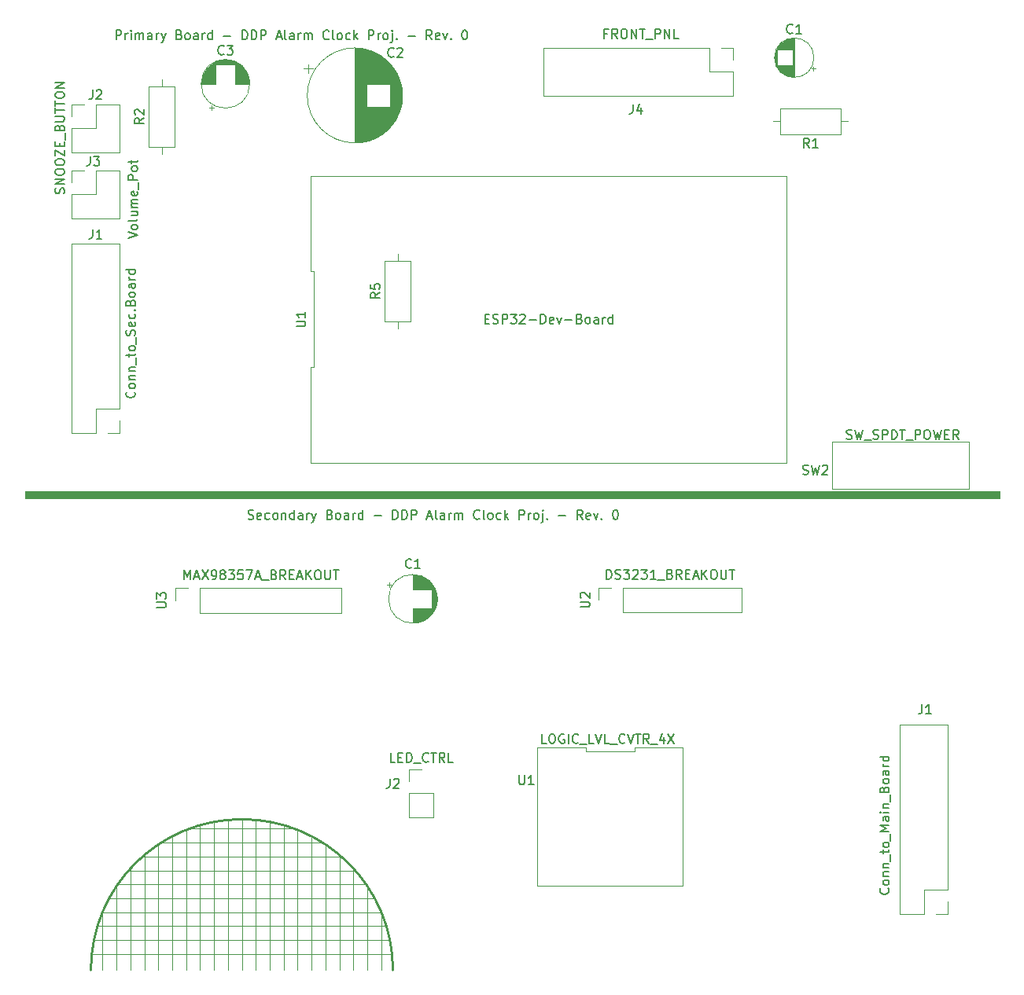
<source format=gbr>
G04 #@! TF.GenerationSoftware,KiCad,Pcbnew,(5.1.5)-3*
G04 #@! TF.CreationDate,2020-01-27T16:03:33-05:00*
G04 #@! TF.ProjectId,CombinedPnl_pcb,436f6d62-696e-4656-9450-6e6c5f706362,rev?*
G04 #@! TF.SameCoordinates,Original*
G04 #@! TF.FileFunction,Legend,Top*
G04 #@! TF.FilePolarity,Positive*
%FSLAX46Y46*%
G04 Gerber Fmt 4.6, Leading zero omitted, Abs format (unit mm)*
G04 Created by KiCad (PCBNEW (5.1.5)-3) date 2020-01-27 16:03:33*
%MOMM*%
%LPD*%
G04 APERTURE LIST*
%ADD10C,0.120000*%
%ADD11C,0.100000*%
%ADD12C,0.150000*%
%ADD13C,0.250000*%
G04 APERTURE END LIST*
D10*
X100062000Y-134747000D02*
X100062000Y-140970000D01*
X101562000Y-131953000D02*
X101562000Y-140970000D01*
X103062000Y-130048000D02*
X103062000Y-140970000D01*
X104562000Y-128651000D02*
X104562000Y-140970000D01*
X106062000Y-127508000D02*
X106062000Y-140970000D01*
X107562000Y-126619000D02*
X107562000Y-140970000D01*
X109062000Y-125857000D02*
X109062000Y-140970000D01*
X110562000Y-125349000D02*
X110562000Y-140970000D01*
X112062000Y-124968000D02*
X112062000Y-140970000D01*
X113562000Y-124714000D02*
X113562000Y-140970000D01*
X130062000Y-134620000D02*
X130062000Y-140970000D01*
X128562000Y-131953000D02*
X128562000Y-140970000D01*
X127062000Y-130048000D02*
X127062000Y-140970000D01*
X125562000Y-128524000D02*
X125562000Y-140970000D01*
X124062000Y-127508000D02*
X124062000Y-140970000D01*
X122555000Y-126619000D02*
X122562000Y-140970000D01*
X121062000Y-125857000D02*
X121062000Y-140970000D01*
X119562000Y-125349000D02*
X119562000Y-140970000D01*
X118062000Y-124968000D02*
X118062000Y-140970000D01*
X116562000Y-124714000D02*
X116562000Y-140970000D01*
X98933000Y-139230000D02*
X131191000Y-139230000D01*
X99187000Y-137730000D02*
X130937000Y-137730000D01*
X99568000Y-136230000D02*
X130556000Y-136230000D01*
X100076000Y-134730000D02*
X130048000Y-134730000D01*
X100838000Y-133230000D02*
X129286000Y-133230000D01*
X101600000Y-131730000D02*
X128524000Y-131730000D01*
X102870000Y-130302000D02*
X127254000Y-130302000D01*
X104394000Y-128730000D02*
X125730000Y-128730000D01*
X106426000Y-127230000D02*
X123698000Y-127230000D01*
X109474000Y-125730000D02*
X120650000Y-125730000D01*
X115062000Y-124714000D02*
X115062000Y-140970000D01*
D11*
G36*
X196596000Y-90170000D02*
G01*
X91694000Y-90170000D01*
X91694000Y-89408000D01*
X196596000Y-89408000D01*
X196596000Y-90170000D01*
G37*
X196596000Y-90170000D02*
X91694000Y-90170000D01*
X91694000Y-89408000D01*
X196596000Y-89408000D01*
X196596000Y-90170000D01*
D12*
X101515047Y-40711380D02*
X101515047Y-39711380D01*
X101896000Y-39711380D01*
X101991238Y-39759000D01*
X102038857Y-39806619D01*
X102086476Y-39901857D01*
X102086476Y-40044714D01*
X102038857Y-40139952D01*
X101991238Y-40187571D01*
X101896000Y-40235190D01*
X101515047Y-40235190D01*
X102515047Y-40711380D02*
X102515047Y-40044714D01*
X102515047Y-40235190D02*
X102562666Y-40139952D01*
X102610285Y-40092333D01*
X102705523Y-40044714D01*
X102800761Y-40044714D01*
X103134095Y-40711380D02*
X103134095Y-40044714D01*
X103134095Y-39711380D02*
X103086476Y-39759000D01*
X103134095Y-39806619D01*
X103181714Y-39759000D01*
X103134095Y-39711380D01*
X103134095Y-39806619D01*
X103610285Y-40711380D02*
X103610285Y-40044714D01*
X103610285Y-40139952D02*
X103657904Y-40092333D01*
X103753142Y-40044714D01*
X103896000Y-40044714D01*
X103991238Y-40092333D01*
X104038857Y-40187571D01*
X104038857Y-40711380D01*
X104038857Y-40187571D02*
X104086476Y-40092333D01*
X104181714Y-40044714D01*
X104324571Y-40044714D01*
X104419809Y-40092333D01*
X104467428Y-40187571D01*
X104467428Y-40711380D01*
X105372190Y-40711380D02*
X105372190Y-40187571D01*
X105324571Y-40092333D01*
X105229333Y-40044714D01*
X105038857Y-40044714D01*
X104943619Y-40092333D01*
X105372190Y-40663761D02*
X105276952Y-40711380D01*
X105038857Y-40711380D01*
X104943619Y-40663761D01*
X104896000Y-40568523D01*
X104896000Y-40473285D01*
X104943619Y-40378047D01*
X105038857Y-40330428D01*
X105276952Y-40330428D01*
X105372190Y-40282809D01*
X105848380Y-40711380D02*
X105848380Y-40044714D01*
X105848380Y-40235190D02*
X105896000Y-40139952D01*
X105943619Y-40092333D01*
X106038857Y-40044714D01*
X106134095Y-40044714D01*
X106372190Y-40044714D02*
X106610285Y-40711380D01*
X106848380Y-40044714D02*
X106610285Y-40711380D01*
X106515047Y-40949476D01*
X106467428Y-40997095D01*
X106372190Y-41044714D01*
X108324571Y-40187571D02*
X108467428Y-40235190D01*
X108515047Y-40282809D01*
X108562666Y-40378047D01*
X108562666Y-40520904D01*
X108515047Y-40616142D01*
X108467428Y-40663761D01*
X108372190Y-40711380D01*
X107991238Y-40711380D01*
X107991238Y-39711380D01*
X108324571Y-39711380D01*
X108419809Y-39759000D01*
X108467428Y-39806619D01*
X108515047Y-39901857D01*
X108515047Y-39997095D01*
X108467428Y-40092333D01*
X108419809Y-40139952D01*
X108324571Y-40187571D01*
X107991238Y-40187571D01*
X109134095Y-40711380D02*
X109038857Y-40663761D01*
X108991238Y-40616142D01*
X108943619Y-40520904D01*
X108943619Y-40235190D01*
X108991238Y-40139952D01*
X109038857Y-40092333D01*
X109134095Y-40044714D01*
X109276952Y-40044714D01*
X109372190Y-40092333D01*
X109419809Y-40139952D01*
X109467428Y-40235190D01*
X109467428Y-40520904D01*
X109419809Y-40616142D01*
X109372190Y-40663761D01*
X109276952Y-40711380D01*
X109134095Y-40711380D01*
X110324571Y-40711380D02*
X110324571Y-40187571D01*
X110276952Y-40092333D01*
X110181714Y-40044714D01*
X109991238Y-40044714D01*
X109896000Y-40092333D01*
X110324571Y-40663761D02*
X110229333Y-40711380D01*
X109991238Y-40711380D01*
X109896000Y-40663761D01*
X109848380Y-40568523D01*
X109848380Y-40473285D01*
X109896000Y-40378047D01*
X109991238Y-40330428D01*
X110229333Y-40330428D01*
X110324571Y-40282809D01*
X110800761Y-40711380D02*
X110800761Y-40044714D01*
X110800761Y-40235190D02*
X110848380Y-40139952D01*
X110896000Y-40092333D01*
X110991238Y-40044714D01*
X111086476Y-40044714D01*
X111848380Y-40711380D02*
X111848380Y-39711380D01*
X111848380Y-40663761D02*
X111753142Y-40711380D01*
X111562666Y-40711380D01*
X111467428Y-40663761D01*
X111419809Y-40616142D01*
X111372190Y-40520904D01*
X111372190Y-40235190D01*
X111419809Y-40139952D01*
X111467428Y-40092333D01*
X111562666Y-40044714D01*
X111753142Y-40044714D01*
X111848380Y-40092333D01*
X113086476Y-40330428D02*
X113848380Y-40330428D01*
X115086476Y-40711380D02*
X115086476Y-39711380D01*
X115324571Y-39711380D01*
X115467428Y-39759000D01*
X115562666Y-39854238D01*
X115610285Y-39949476D01*
X115657904Y-40139952D01*
X115657904Y-40282809D01*
X115610285Y-40473285D01*
X115562666Y-40568523D01*
X115467428Y-40663761D01*
X115324571Y-40711380D01*
X115086476Y-40711380D01*
X116086476Y-40711380D02*
X116086476Y-39711380D01*
X116324571Y-39711380D01*
X116467428Y-39759000D01*
X116562666Y-39854238D01*
X116610285Y-39949476D01*
X116657904Y-40139952D01*
X116657904Y-40282809D01*
X116610285Y-40473285D01*
X116562666Y-40568523D01*
X116467428Y-40663761D01*
X116324571Y-40711380D01*
X116086476Y-40711380D01*
X117086476Y-40711380D02*
X117086476Y-39711380D01*
X117467428Y-39711380D01*
X117562666Y-39759000D01*
X117610285Y-39806619D01*
X117657904Y-39901857D01*
X117657904Y-40044714D01*
X117610285Y-40139952D01*
X117562666Y-40187571D01*
X117467428Y-40235190D01*
X117086476Y-40235190D01*
X118800761Y-40425666D02*
X119276952Y-40425666D01*
X118705523Y-40711380D02*
X119038857Y-39711380D01*
X119372190Y-40711380D01*
X119848380Y-40711380D02*
X119753142Y-40663761D01*
X119705523Y-40568523D01*
X119705523Y-39711380D01*
X120657904Y-40711380D02*
X120657904Y-40187571D01*
X120610285Y-40092333D01*
X120515047Y-40044714D01*
X120324571Y-40044714D01*
X120229333Y-40092333D01*
X120657904Y-40663761D02*
X120562666Y-40711380D01*
X120324571Y-40711380D01*
X120229333Y-40663761D01*
X120181714Y-40568523D01*
X120181714Y-40473285D01*
X120229333Y-40378047D01*
X120324571Y-40330428D01*
X120562666Y-40330428D01*
X120657904Y-40282809D01*
X121134095Y-40711380D02*
X121134095Y-40044714D01*
X121134095Y-40235190D02*
X121181714Y-40139952D01*
X121229333Y-40092333D01*
X121324571Y-40044714D01*
X121419809Y-40044714D01*
X121753142Y-40711380D02*
X121753142Y-40044714D01*
X121753142Y-40139952D02*
X121800761Y-40092333D01*
X121896000Y-40044714D01*
X122038857Y-40044714D01*
X122134095Y-40092333D01*
X122181714Y-40187571D01*
X122181714Y-40711380D01*
X122181714Y-40187571D02*
X122229333Y-40092333D01*
X122324571Y-40044714D01*
X122467428Y-40044714D01*
X122562666Y-40092333D01*
X122610285Y-40187571D01*
X122610285Y-40711380D01*
X124419809Y-40616142D02*
X124372190Y-40663761D01*
X124229333Y-40711380D01*
X124134095Y-40711380D01*
X123991238Y-40663761D01*
X123896000Y-40568523D01*
X123848380Y-40473285D01*
X123800761Y-40282809D01*
X123800761Y-40139952D01*
X123848380Y-39949476D01*
X123896000Y-39854238D01*
X123991238Y-39759000D01*
X124134095Y-39711380D01*
X124229333Y-39711380D01*
X124372190Y-39759000D01*
X124419809Y-39806619D01*
X124991238Y-40711380D02*
X124896000Y-40663761D01*
X124848380Y-40568523D01*
X124848380Y-39711380D01*
X125515047Y-40711380D02*
X125419809Y-40663761D01*
X125372190Y-40616142D01*
X125324571Y-40520904D01*
X125324571Y-40235190D01*
X125372190Y-40139952D01*
X125419809Y-40092333D01*
X125515047Y-40044714D01*
X125657904Y-40044714D01*
X125753142Y-40092333D01*
X125800761Y-40139952D01*
X125848380Y-40235190D01*
X125848380Y-40520904D01*
X125800761Y-40616142D01*
X125753142Y-40663761D01*
X125657904Y-40711380D01*
X125515047Y-40711380D01*
X126705523Y-40663761D02*
X126610285Y-40711380D01*
X126419809Y-40711380D01*
X126324571Y-40663761D01*
X126276952Y-40616142D01*
X126229333Y-40520904D01*
X126229333Y-40235190D01*
X126276952Y-40139952D01*
X126324571Y-40092333D01*
X126419809Y-40044714D01*
X126610285Y-40044714D01*
X126705523Y-40092333D01*
X127134095Y-40711380D02*
X127134095Y-39711380D01*
X127229333Y-40330428D02*
X127515047Y-40711380D01*
X127515047Y-40044714D02*
X127134095Y-40425666D01*
X128705523Y-40711380D02*
X128705523Y-39711380D01*
X129086476Y-39711380D01*
X129181714Y-39759000D01*
X129229333Y-39806619D01*
X129276952Y-39901857D01*
X129276952Y-40044714D01*
X129229333Y-40139952D01*
X129181714Y-40187571D01*
X129086476Y-40235190D01*
X128705523Y-40235190D01*
X129705523Y-40711380D02*
X129705523Y-40044714D01*
X129705523Y-40235190D02*
X129753142Y-40139952D01*
X129800761Y-40092333D01*
X129896000Y-40044714D01*
X129991238Y-40044714D01*
X130467428Y-40711380D02*
X130372190Y-40663761D01*
X130324571Y-40616142D01*
X130276952Y-40520904D01*
X130276952Y-40235190D01*
X130324571Y-40139952D01*
X130372190Y-40092333D01*
X130467428Y-40044714D01*
X130610285Y-40044714D01*
X130705523Y-40092333D01*
X130753142Y-40139952D01*
X130800761Y-40235190D01*
X130800761Y-40520904D01*
X130753142Y-40616142D01*
X130705523Y-40663761D01*
X130610285Y-40711380D01*
X130467428Y-40711380D01*
X131229333Y-40044714D02*
X131229333Y-40901857D01*
X131181714Y-40997095D01*
X131086476Y-41044714D01*
X131038857Y-41044714D01*
X131229333Y-39711380D02*
X131181714Y-39759000D01*
X131229333Y-39806619D01*
X131276952Y-39759000D01*
X131229333Y-39711380D01*
X131229333Y-39806619D01*
X131705523Y-40616142D02*
X131753142Y-40663761D01*
X131705523Y-40711380D01*
X131657904Y-40663761D01*
X131705523Y-40616142D01*
X131705523Y-40711380D01*
X132943619Y-40330428D02*
X133705523Y-40330428D01*
X135515047Y-40711380D02*
X135181714Y-40235190D01*
X134943619Y-40711380D02*
X134943619Y-39711380D01*
X135324571Y-39711380D01*
X135419809Y-39759000D01*
X135467428Y-39806619D01*
X135515047Y-39901857D01*
X135515047Y-40044714D01*
X135467428Y-40139952D01*
X135419809Y-40187571D01*
X135324571Y-40235190D01*
X134943619Y-40235190D01*
X136324571Y-40663761D02*
X136229333Y-40711380D01*
X136038857Y-40711380D01*
X135943619Y-40663761D01*
X135896000Y-40568523D01*
X135896000Y-40187571D01*
X135943619Y-40092333D01*
X136038857Y-40044714D01*
X136229333Y-40044714D01*
X136324571Y-40092333D01*
X136372190Y-40187571D01*
X136372190Y-40282809D01*
X135896000Y-40378047D01*
X136705523Y-40044714D02*
X136943619Y-40711380D01*
X137181714Y-40044714D01*
X137562666Y-40616142D02*
X137610285Y-40663761D01*
X137562666Y-40711380D01*
X137515047Y-40663761D01*
X137562666Y-40616142D01*
X137562666Y-40711380D01*
X138991238Y-39711380D02*
X139086476Y-39711380D01*
X139181714Y-39759000D01*
X139229333Y-39806619D01*
X139276952Y-39901857D01*
X139324571Y-40092333D01*
X139324571Y-40330428D01*
X139276952Y-40520904D01*
X139229333Y-40616142D01*
X139181714Y-40663761D01*
X139086476Y-40711380D01*
X138991238Y-40711380D01*
X138896000Y-40663761D01*
X138848380Y-40616142D01*
X138800761Y-40520904D01*
X138753142Y-40330428D01*
X138753142Y-40092333D01*
X138800761Y-39901857D01*
X138848380Y-39806619D01*
X138896000Y-39759000D01*
X138991238Y-39711380D01*
X115731238Y-92352761D02*
X115874095Y-92400380D01*
X116112190Y-92400380D01*
X116207428Y-92352761D01*
X116255047Y-92305142D01*
X116302666Y-92209904D01*
X116302666Y-92114666D01*
X116255047Y-92019428D01*
X116207428Y-91971809D01*
X116112190Y-91924190D01*
X115921714Y-91876571D01*
X115826476Y-91828952D01*
X115778857Y-91781333D01*
X115731238Y-91686095D01*
X115731238Y-91590857D01*
X115778857Y-91495619D01*
X115826476Y-91448000D01*
X115921714Y-91400380D01*
X116159809Y-91400380D01*
X116302666Y-91448000D01*
X117112190Y-92352761D02*
X117016952Y-92400380D01*
X116826476Y-92400380D01*
X116731238Y-92352761D01*
X116683619Y-92257523D01*
X116683619Y-91876571D01*
X116731238Y-91781333D01*
X116826476Y-91733714D01*
X117016952Y-91733714D01*
X117112190Y-91781333D01*
X117159809Y-91876571D01*
X117159809Y-91971809D01*
X116683619Y-92067047D01*
X118016952Y-92352761D02*
X117921714Y-92400380D01*
X117731238Y-92400380D01*
X117636000Y-92352761D01*
X117588380Y-92305142D01*
X117540761Y-92209904D01*
X117540761Y-91924190D01*
X117588380Y-91828952D01*
X117636000Y-91781333D01*
X117731238Y-91733714D01*
X117921714Y-91733714D01*
X118016952Y-91781333D01*
X118588380Y-92400380D02*
X118493142Y-92352761D01*
X118445523Y-92305142D01*
X118397904Y-92209904D01*
X118397904Y-91924190D01*
X118445523Y-91828952D01*
X118493142Y-91781333D01*
X118588380Y-91733714D01*
X118731238Y-91733714D01*
X118826476Y-91781333D01*
X118874095Y-91828952D01*
X118921714Y-91924190D01*
X118921714Y-92209904D01*
X118874095Y-92305142D01*
X118826476Y-92352761D01*
X118731238Y-92400380D01*
X118588380Y-92400380D01*
X119350285Y-91733714D02*
X119350285Y-92400380D01*
X119350285Y-91828952D02*
X119397904Y-91781333D01*
X119493142Y-91733714D01*
X119636000Y-91733714D01*
X119731238Y-91781333D01*
X119778857Y-91876571D01*
X119778857Y-92400380D01*
X120683619Y-92400380D02*
X120683619Y-91400380D01*
X120683619Y-92352761D02*
X120588380Y-92400380D01*
X120397904Y-92400380D01*
X120302666Y-92352761D01*
X120255047Y-92305142D01*
X120207428Y-92209904D01*
X120207428Y-91924190D01*
X120255047Y-91828952D01*
X120302666Y-91781333D01*
X120397904Y-91733714D01*
X120588380Y-91733714D01*
X120683619Y-91781333D01*
X121588380Y-92400380D02*
X121588380Y-91876571D01*
X121540761Y-91781333D01*
X121445523Y-91733714D01*
X121255047Y-91733714D01*
X121159809Y-91781333D01*
X121588380Y-92352761D02*
X121493142Y-92400380D01*
X121255047Y-92400380D01*
X121159809Y-92352761D01*
X121112190Y-92257523D01*
X121112190Y-92162285D01*
X121159809Y-92067047D01*
X121255047Y-92019428D01*
X121493142Y-92019428D01*
X121588380Y-91971809D01*
X122064571Y-92400380D02*
X122064571Y-91733714D01*
X122064571Y-91924190D02*
X122112190Y-91828952D01*
X122159809Y-91781333D01*
X122255047Y-91733714D01*
X122350285Y-91733714D01*
X122588380Y-91733714D02*
X122826476Y-92400380D01*
X123064571Y-91733714D02*
X122826476Y-92400380D01*
X122731238Y-92638476D01*
X122683619Y-92686095D01*
X122588380Y-92733714D01*
X124540761Y-91876571D02*
X124683619Y-91924190D01*
X124731238Y-91971809D01*
X124778857Y-92067047D01*
X124778857Y-92209904D01*
X124731238Y-92305142D01*
X124683619Y-92352761D01*
X124588380Y-92400380D01*
X124207428Y-92400380D01*
X124207428Y-91400380D01*
X124540761Y-91400380D01*
X124636000Y-91448000D01*
X124683619Y-91495619D01*
X124731238Y-91590857D01*
X124731238Y-91686095D01*
X124683619Y-91781333D01*
X124636000Y-91828952D01*
X124540761Y-91876571D01*
X124207428Y-91876571D01*
X125350285Y-92400380D02*
X125255047Y-92352761D01*
X125207428Y-92305142D01*
X125159809Y-92209904D01*
X125159809Y-91924190D01*
X125207428Y-91828952D01*
X125255047Y-91781333D01*
X125350285Y-91733714D01*
X125493142Y-91733714D01*
X125588380Y-91781333D01*
X125636000Y-91828952D01*
X125683619Y-91924190D01*
X125683619Y-92209904D01*
X125636000Y-92305142D01*
X125588380Y-92352761D01*
X125493142Y-92400380D01*
X125350285Y-92400380D01*
X126540761Y-92400380D02*
X126540761Y-91876571D01*
X126493142Y-91781333D01*
X126397904Y-91733714D01*
X126207428Y-91733714D01*
X126112190Y-91781333D01*
X126540761Y-92352761D02*
X126445523Y-92400380D01*
X126207428Y-92400380D01*
X126112190Y-92352761D01*
X126064571Y-92257523D01*
X126064571Y-92162285D01*
X126112190Y-92067047D01*
X126207428Y-92019428D01*
X126445523Y-92019428D01*
X126540761Y-91971809D01*
X127016952Y-92400380D02*
X127016952Y-91733714D01*
X127016952Y-91924190D02*
X127064571Y-91828952D01*
X127112190Y-91781333D01*
X127207428Y-91733714D01*
X127302666Y-91733714D01*
X128064571Y-92400380D02*
X128064571Y-91400380D01*
X128064571Y-92352761D02*
X127969333Y-92400380D01*
X127778857Y-92400380D01*
X127683619Y-92352761D01*
X127636000Y-92305142D01*
X127588380Y-92209904D01*
X127588380Y-91924190D01*
X127636000Y-91828952D01*
X127683619Y-91781333D01*
X127778857Y-91733714D01*
X127969333Y-91733714D01*
X128064571Y-91781333D01*
X129302666Y-92019428D02*
X130064571Y-92019428D01*
X131302666Y-92400380D02*
X131302666Y-91400380D01*
X131540761Y-91400380D01*
X131683619Y-91448000D01*
X131778857Y-91543238D01*
X131826476Y-91638476D01*
X131874095Y-91828952D01*
X131874095Y-91971809D01*
X131826476Y-92162285D01*
X131778857Y-92257523D01*
X131683619Y-92352761D01*
X131540761Y-92400380D01*
X131302666Y-92400380D01*
X132302666Y-92400380D02*
X132302666Y-91400380D01*
X132540761Y-91400380D01*
X132683619Y-91448000D01*
X132778857Y-91543238D01*
X132826476Y-91638476D01*
X132874095Y-91828952D01*
X132874095Y-91971809D01*
X132826476Y-92162285D01*
X132778857Y-92257523D01*
X132683619Y-92352761D01*
X132540761Y-92400380D01*
X132302666Y-92400380D01*
X133302666Y-92400380D02*
X133302666Y-91400380D01*
X133683619Y-91400380D01*
X133778857Y-91448000D01*
X133826476Y-91495619D01*
X133874095Y-91590857D01*
X133874095Y-91733714D01*
X133826476Y-91828952D01*
X133778857Y-91876571D01*
X133683619Y-91924190D01*
X133302666Y-91924190D01*
X135016952Y-92114666D02*
X135493142Y-92114666D01*
X134921714Y-92400380D02*
X135255047Y-91400380D01*
X135588380Y-92400380D01*
X136064571Y-92400380D02*
X135969333Y-92352761D01*
X135921714Y-92257523D01*
X135921714Y-91400380D01*
X136874095Y-92400380D02*
X136874095Y-91876571D01*
X136826476Y-91781333D01*
X136731238Y-91733714D01*
X136540761Y-91733714D01*
X136445523Y-91781333D01*
X136874095Y-92352761D02*
X136778857Y-92400380D01*
X136540761Y-92400380D01*
X136445523Y-92352761D01*
X136397904Y-92257523D01*
X136397904Y-92162285D01*
X136445523Y-92067047D01*
X136540761Y-92019428D01*
X136778857Y-92019428D01*
X136874095Y-91971809D01*
X137350285Y-92400380D02*
X137350285Y-91733714D01*
X137350285Y-91924190D02*
X137397904Y-91828952D01*
X137445523Y-91781333D01*
X137540761Y-91733714D01*
X137636000Y-91733714D01*
X137969333Y-92400380D02*
X137969333Y-91733714D01*
X137969333Y-91828952D02*
X138016952Y-91781333D01*
X138112190Y-91733714D01*
X138255047Y-91733714D01*
X138350285Y-91781333D01*
X138397904Y-91876571D01*
X138397904Y-92400380D01*
X138397904Y-91876571D02*
X138445523Y-91781333D01*
X138540761Y-91733714D01*
X138683619Y-91733714D01*
X138778857Y-91781333D01*
X138826476Y-91876571D01*
X138826476Y-92400380D01*
X140636000Y-92305142D02*
X140588380Y-92352761D01*
X140445523Y-92400380D01*
X140350285Y-92400380D01*
X140207428Y-92352761D01*
X140112190Y-92257523D01*
X140064571Y-92162285D01*
X140016952Y-91971809D01*
X140016952Y-91828952D01*
X140064571Y-91638476D01*
X140112190Y-91543238D01*
X140207428Y-91448000D01*
X140350285Y-91400380D01*
X140445523Y-91400380D01*
X140588380Y-91448000D01*
X140636000Y-91495619D01*
X141207428Y-92400380D02*
X141112190Y-92352761D01*
X141064571Y-92257523D01*
X141064571Y-91400380D01*
X141731238Y-92400380D02*
X141636000Y-92352761D01*
X141588380Y-92305142D01*
X141540761Y-92209904D01*
X141540761Y-91924190D01*
X141588380Y-91828952D01*
X141636000Y-91781333D01*
X141731238Y-91733714D01*
X141874095Y-91733714D01*
X141969333Y-91781333D01*
X142016952Y-91828952D01*
X142064571Y-91924190D01*
X142064571Y-92209904D01*
X142016952Y-92305142D01*
X141969333Y-92352761D01*
X141874095Y-92400380D01*
X141731238Y-92400380D01*
X142921714Y-92352761D02*
X142826476Y-92400380D01*
X142636000Y-92400380D01*
X142540761Y-92352761D01*
X142493142Y-92305142D01*
X142445523Y-92209904D01*
X142445523Y-91924190D01*
X142493142Y-91828952D01*
X142540761Y-91781333D01*
X142636000Y-91733714D01*
X142826476Y-91733714D01*
X142921714Y-91781333D01*
X143350285Y-92400380D02*
X143350285Y-91400380D01*
X143445523Y-92019428D02*
X143731238Y-92400380D01*
X143731238Y-91733714D02*
X143350285Y-92114666D01*
X144921714Y-92400380D02*
X144921714Y-91400380D01*
X145302666Y-91400380D01*
X145397904Y-91448000D01*
X145445523Y-91495619D01*
X145493142Y-91590857D01*
X145493142Y-91733714D01*
X145445523Y-91828952D01*
X145397904Y-91876571D01*
X145302666Y-91924190D01*
X144921714Y-91924190D01*
X145921714Y-92400380D02*
X145921714Y-91733714D01*
X145921714Y-91924190D02*
X145969333Y-91828952D01*
X146016952Y-91781333D01*
X146112190Y-91733714D01*
X146207428Y-91733714D01*
X146683619Y-92400380D02*
X146588380Y-92352761D01*
X146540761Y-92305142D01*
X146493142Y-92209904D01*
X146493142Y-91924190D01*
X146540761Y-91828952D01*
X146588380Y-91781333D01*
X146683619Y-91733714D01*
X146826476Y-91733714D01*
X146921714Y-91781333D01*
X146969333Y-91828952D01*
X147016952Y-91924190D01*
X147016952Y-92209904D01*
X146969333Y-92305142D01*
X146921714Y-92352761D01*
X146826476Y-92400380D01*
X146683619Y-92400380D01*
X147445523Y-91733714D02*
X147445523Y-92590857D01*
X147397904Y-92686095D01*
X147302666Y-92733714D01*
X147255047Y-92733714D01*
X147445523Y-91400380D02*
X147397904Y-91448000D01*
X147445523Y-91495619D01*
X147493142Y-91448000D01*
X147445523Y-91400380D01*
X147445523Y-91495619D01*
X147921714Y-92305142D02*
X147969333Y-92352761D01*
X147921714Y-92400380D01*
X147874095Y-92352761D01*
X147921714Y-92305142D01*
X147921714Y-92400380D01*
X149159809Y-92019428D02*
X149921714Y-92019428D01*
X151731238Y-92400380D02*
X151397904Y-91924190D01*
X151159809Y-92400380D02*
X151159809Y-91400380D01*
X151540761Y-91400380D01*
X151636000Y-91448000D01*
X151683619Y-91495619D01*
X151731238Y-91590857D01*
X151731238Y-91733714D01*
X151683619Y-91828952D01*
X151636000Y-91876571D01*
X151540761Y-91924190D01*
X151159809Y-91924190D01*
X152540761Y-92352761D02*
X152445523Y-92400380D01*
X152255047Y-92400380D01*
X152159809Y-92352761D01*
X152112190Y-92257523D01*
X152112190Y-91876571D01*
X152159809Y-91781333D01*
X152255047Y-91733714D01*
X152445523Y-91733714D01*
X152540761Y-91781333D01*
X152588380Y-91876571D01*
X152588380Y-91971809D01*
X152112190Y-92067047D01*
X152921714Y-91733714D02*
X153159809Y-92400380D01*
X153397904Y-91733714D01*
X153778857Y-92305142D02*
X153826476Y-92352761D01*
X153778857Y-92400380D01*
X153731238Y-92352761D01*
X153778857Y-92305142D01*
X153778857Y-92400380D01*
X155207428Y-91400380D02*
X155302666Y-91400380D01*
X155397904Y-91448000D01*
X155445523Y-91495619D01*
X155493142Y-91590857D01*
X155540761Y-91781333D01*
X155540761Y-92019428D01*
X155493142Y-92209904D01*
X155445523Y-92305142D01*
X155397904Y-92352761D01*
X155302666Y-92400380D01*
X155207428Y-92400380D01*
X155112190Y-92352761D01*
X155064571Y-92305142D01*
X155016952Y-92209904D01*
X154969333Y-92019428D01*
X154969333Y-91781333D01*
X155016952Y-91590857D01*
X155064571Y-91495619D01*
X155112190Y-91448000D01*
X155207428Y-91400380D01*
D13*
X98806000Y-140970000D02*
G75*
G02X131318000Y-140970000I16256000J0D01*
G01*
D10*
X193294000Y-84074000D02*
X178562000Y-84074000D01*
X193294000Y-89154000D02*
X193294000Y-84074000D01*
X178562000Y-89154000D02*
X193294000Y-89154000D01*
X178562000Y-84074000D02*
X178562000Y-89154000D01*
X105056000Y-52292000D02*
X107796000Y-52292000D01*
X107796000Y-52292000D02*
X107796000Y-45752000D01*
X107796000Y-45752000D02*
X105056000Y-45752000D01*
X105056000Y-45752000D02*
X105056000Y-52292000D01*
X106426000Y-53062000D02*
X106426000Y-52292000D01*
X106426000Y-44982000D02*
X106426000Y-45752000D01*
X96714000Y-47692000D02*
X98044000Y-47692000D01*
X96714000Y-49022000D02*
X96714000Y-47692000D01*
X99314000Y-47692000D02*
X101914000Y-47692000D01*
X99314000Y-50292000D02*
X99314000Y-47692000D01*
X96714000Y-50292000D02*
X99314000Y-50292000D01*
X101914000Y-47692000D02*
X101914000Y-52892000D01*
X96714000Y-50292000D02*
X96714000Y-52892000D01*
X96714000Y-52892000D02*
X101914000Y-52892000D01*
X122234354Y-43361000D02*
X122234354Y-44361000D01*
X121734354Y-43861000D02*
X122734354Y-43861000D01*
X132295000Y-46137000D02*
X132295000Y-47335000D01*
X132255000Y-45874000D02*
X132255000Y-47598000D01*
X132215000Y-45674000D02*
X132215000Y-47798000D01*
X132175000Y-45506000D02*
X132175000Y-47966000D01*
X132135000Y-45358000D02*
X132135000Y-48114000D01*
X132095000Y-45226000D02*
X132095000Y-48246000D01*
X132055000Y-45106000D02*
X132055000Y-48366000D01*
X132015000Y-44994000D02*
X132015000Y-48478000D01*
X131975000Y-44890000D02*
X131975000Y-48582000D01*
X131935000Y-44792000D02*
X131935000Y-48680000D01*
X131895000Y-44699000D02*
X131895000Y-48773000D01*
X131855000Y-44611000D02*
X131855000Y-48861000D01*
X131815000Y-44527000D02*
X131815000Y-48945000D01*
X131775000Y-44447000D02*
X131775000Y-49025000D01*
X131735000Y-44371000D02*
X131735000Y-49101000D01*
X131695000Y-44297000D02*
X131695000Y-49175000D01*
X131655000Y-44226000D02*
X131655000Y-49246000D01*
X131615000Y-44157000D02*
X131615000Y-49315000D01*
X131575000Y-44091000D02*
X131575000Y-49381000D01*
X131535000Y-44027000D02*
X131535000Y-49445000D01*
X131495000Y-43966000D02*
X131495000Y-49506000D01*
X131455000Y-43906000D02*
X131455000Y-49566000D01*
X131415000Y-43847000D02*
X131415000Y-49625000D01*
X131375000Y-43791000D02*
X131375000Y-49681000D01*
X131335000Y-43736000D02*
X131335000Y-49736000D01*
X131295000Y-43682000D02*
X131295000Y-49790000D01*
X131255000Y-43630000D02*
X131255000Y-49842000D01*
X131215000Y-43580000D02*
X131215000Y-49892000D01*
X131175000Y-43530000D02*
X131175000Y-49942000D01*
X131135000Y-43482000D02*
X131135000Y-49990000D01*
X131095000Y-43435000D02*
X131095000Y-50037000D01*
X131055000Y-43389000D02*
X131055000Y-50083000D01*
X131015000Y-43344000D02*
X131015000Y-50128000D01*
X130975000Y-43300000D02*
X130975000Y-50172000D01*
X130935000Y-47977000D02*
X130935000Y-50214000D01*
X130935000Y-43258000D02*
X130935000Y-45495000D01*
X130895000Y-47977000D02*
X130895000Y-50256000D01*
X130895000Y-43216000D02*
X130895000Y-45495000D01*
X130855000Y-47977000D02*
X130855000Y-50297000D01*
X130855000Y-43175000D02*
X130855000Y-45495000D01*
X130815000Y-47977000D02*
X130815000Y-50337000D01*
X130815000Y-43135000D02*
X130815000Y-45495000D01*
X130775000Y-47977000D02*
X130775000Y-50376000D01*
X130775000Y-43096000D02*
X130775000Y-45495000D01*
X130735000Y-47977000D02*
X130735000Y-50415000D01*
X130735000Y-43057000D02*
X130735000Y-45495000D01*
X130695000Y-47977000D02*
X130695000Y-50452000D01*
X130695000Y-43020000D02*
X130695000Y-45495000D01*
X130655000Y-47977000D02*
X130655000Y-50489000D01*
X130655000Y-42983000D02*
X130655000Y-45495000D01*
X130615000Y-47977000D02*
X130615000Y-50525000D01*
X130615000Y-42947000D02*
X130615000Y-45495000D01*
X130575000Y-47977000D02*
X130575000Y-50560000D01*
X130575000Y-42912000D02*
X130575000Y-45495000D01*
X130535000Y-47977000D02*
X130535000Y-50594000D01*
X130535000Y-42878000D02*
X130535000Y-45495000D01*
X130495000Y-47977000D02*
X130495000Y-50628000D01*
X130495000Y-42844000D02*
X130495000Y-45495000D01*
X130455000Y-47977000D02*
X130455000Y-50661000D01*
X130455000Y-42811000D02*
X130455000Y-45495000D01*
X130415000Y-47977000D02*
X130415000Y-50693000D01*
X130415000Y-42779000D02*
X130415000Y-45495000D01*
X130375000Y-47977000D02*
X130375000Y-50725000D01*
X130375000Y-42747000D02*
X130375000Y-45495000D01*
X130335000Y-47977000D02*
X130335000Y-50756000D01*
X130335000Y-42716000D02*
X130335000Y-45495000D01*
X130295000Y-47977000D02*
X130295000Y-50786000D01*
X130295000Y-42686000D02*
X130295000Y-45495000D01*
X130255000Y-47977000D02*
X130255000Y-50816000D01*
X130255000Y-42656000D02*
X130255000Y-45495000D01*
X130215000Y-47977000D02*
X130215000Y-50846000D01*
X130215000Y-42626000D02*
X130215000Y-45495000D01*
X130175000Y-47977000D02*
X130175000Y-50874000D01*
X130175000Y-42598000D02*
X130175000Y-45495000D01*
X130135000Y-47977000D02*
X130135000Y-50902000D01*
X130135000Y-42570000D02*
X130135000Y-45495000D01*
X130095000Y-47977000D02*
X130095000Y-50930000D01*
X130095000Y-42542000D02*
X130095000Y-45495000D01*
X130055000Y-47977000D02*
X130055000Y-50957000D01*
X130055000Y-42515000D02*
X130055000Y-45495000D01*
X130015000Y-47977000D02*
X130015000Y-50983000D01*
X130015000Y-42489000D02*
X130015000Y-45495000D01*
X129975000Y-47977000D02*
X129975000Y-51009000D01*
X129975000Y-42463000D02*
X129975000Y-45495000D01*
X129935000Y-47977000D02*
X129935000Y-51034000D01*
X129935000Y-42438000D02*
X129935000Y-45495000D01*
X129895000Y-47977000D02*
X129895000Y-51059000D01*
X129895000Y-42413000D02*
X129895000Y-45495000D01*
X129855000Y-47977000D02*
X129855000Y-51083000D01*
X129855000Y-42389000D02*
X129855000Y-45495000D01*
X129815000Y-47977000D02*
X129815000Y-51107000D01*
X129815000Y-42365000D02*
X129815000Y-45495000D01*
X129775000Y-47977000D02*
X129775000Y-51131000D01*
X129775000Y-42341000D02*
X129775000Y-45495000D01*
X129735000Y-47977000D02*
X129735000Y-51153000D01*
X129735000Y-42319000D02*
X129735000Y-45495000D01*
X129695000Y-47977000D02*
X129695000Y-51176000D01*
X129695000Y-42296000D02*
X129695000Y-45495000D01*
X129655000Y-47977000D02*
X129655000Y-51198000D01*
X129655000Y-42274000D02*
X129655000Y-45495000D01*
X129615000Y-47977000D02*
X129615000Y-51219000D01*
X129615000Y-42253000D02*
X129615000Y-45495000D01*
X129575000Y-47977000D02*
X129575000Y-51240000D01*
X129575000Y-42232000D02*
X129575000Y-45495000D01*
X129535000Y-47977000D02*
X129535000Y-51261000D01*
X129535000Y-42211000D02*
X129535000Y-45495000D01*
X129495000Y-47977000D02*
X129495000Y-51281000D01*
X129495000Y-42191000D02*
X129495000Y-45495000D01*
X129455000Y-47977000D02*
X129455000Y-51300000D01*
X129455000Y-42172000D02*
X129455000Y-45495000D01*
X129415000Y-47977000D02*
X129415000Y-51320000D01*
X129415000Y-42152000D02*
X129415000Y-45495000D01*
X129375000Y-47977000D02*
X129375000Y-51339000D01*
X129375000Y-42133000D02*
X129375000Y-45495000D01*
X129335000Y-47977000D02*
X129335000Y-51357000D01*
X129335000Y-42115000D02*
X129335000Y-45495000D01*
X129295000Y-47977000D02*
X129295000Y-51375000D01*
X129295000Y-42097000D02*
X129295000Y-45495000D01*
X129255000Y-47977000D02*
X129255000Y-51393000D01*
X129255000Y-42079000D02*
X129255000Y-45495000D01*
X129215000Y-47977000D02*
X129215000Y-51410000D01*
X129215000Y-42062000D02*
X129215000Y-45495000D01*
X129175000Y-47977000D02*
X129175000Y-51426000D01*
X129175000Y-42046000D02*
X129175000Y-45495000D01*
X129135000Y-47977000D02*
X129135000Y-51443000D01*
X129135000Y-42029000D02*
X129135000Y-45495000D01*
X129095000Y-47977000D02*
X129095000Y-51459000D01*
X129095000Y-42013000D02*
X129095000Y-45495000D01*
X129055000Y-47977000D02*
X129055000Y-51474000D01*
X129055000Y-41998000D02*
X129055000Y-45495000D01*
X129015000Y-47977000D02*
X129015000Y-51490000D01*
X129015000Y-41982000D02*
X129015000Y-45495000D01*
X128975000Y-47977000D02*
X128975000Y-51504000D01*
X128975000Y-41968000D02*
X128975000Y-45495000D01*
X128935000Y-47977000D02*
X128935000Y-51519000D01*
X128935000Y-41953000D02*
X128935000Y-45495000D01*
X128895000Y-47977000D02*
X128895000Y-51533000D01*
X128895000Y-41939000D02*
X128895000Y-45495000D01*
X128855000Y-47977000D02*
X128855000Y-51547000D01*
X128855000Y-41925000D02*
X128855000Y-45495000D01*
X128815000Y-47977000D02*
X128815000Y-51560000D01*
X128815000Y-41912000D02*
X128815000Y-45495000D01*
X128775000Y-47977000D02*
X128775000Y-51573000D01*
X128775000Y-41899000D02*
X128775000Y-45495000D01*
X128735000Y-47977000D02*
X128735000Y-51586000D01*
X128735000Y-41886000D02*
X128735000Y-45495000D01*
X128695000Y-47977000D02*
X128695000Y-51598000D01*
X128695000Y-41874000D02*
X128695000Y-45495000D01*
X128655000Y-47977000D02*
X128655000Y-51610000D01*
X128655000Y-41862000D02*
X128655000Y-45495000D01*
X128615000Y-47977000D02*
X128615000Y-51621000D01*
X128615000Y-41851000D02*
X128615000Y-45495000D01*
X128575000Y-47977000D02*
X128575000Y-51633000D01*
X128575000Y-41839000D02*
X128575000Y-45495000D01*
X128535000Y-47977000D02*
X128535000Y-51643000D01*
X128535000Y-41829000D02*
X128535000Y-45495000D01*
X128495000Y-47977000D02*
X128495000Y-51654000D01*
X128495000Y-41818000D02*
X128495000Y-45495000D01*
X128455000Y-41808000D02*
X128455000Y-51664000D01*
X128415000Y-41798000D02*
X128415000Y-51674000D01*
X128375000Y-41789000D02*
X128375000Y-51683000D01*
X128335000Y-41780000D02*
X128335000Y-51692000D01*
X128295000Y-41771000D02*
X128295000Y-51701000D01*
X128255000Y-41762000D02*
X128255000Y-51710000D01*
X128215000Y-41754000D02*
X128215000Y-51718000D01*
X128175000Y-41746000D02*
X128175000Y-51726000D01*
X128135000Y-41739000D02*
X128135000Y-51733000D01*
X128095000Y-41732000D02*
X128095000Y-51740000D01*
X128055000Y-41725000D02*
X128055000Y-51747000D01*
X128015000Y-41718000D02*
X128015000Y-51754000D01*
X127975000Y-41712000D02*
X127975000Y-51760000D01*
X127935000Y-41706000D02*
X127935000Y-51766000D01*
X127894000Y-41701000D02*
X127894000Y-51771000D01*
X127854000Y-41696000D02*
X127854000Y-51776000D01*
X127814000Y-41691000D02*
X127814000Y-51781000D01*
X127774000Y-41686000D02*
X127774000Y-51786000D01*
X127734000Y-41682000D02*
X127734000Y-51790000D01*
X127694000Y-41678000D02*
X127694000Y-51794000D01*
X127654000Y-41674000D02*
X127654000Y-51798000D01*
X127614000Y-41671000D02*
X127614000Y-51801000D01*
X127574000Y-41668000D02*
X127574000Y-51804000D01*
X127534000Y-41666000D02*
X127534000Y-51806000D01*
X127494000Y-41663000D02*
X127494000Y-51809000D01*
X127454000Y-41661000D02*
X127454000Y-51811000D01*
X127414000Y-41659000D02*
X127414000Y-51813000D01*
X127374000Y-41658000D02*
X127374000Y-51814000D01*
X127334000Y-41657000D02*
X127334000Y-51815000D01*
X127294000Y-41656000D02*
X127294000Y-51816000D01*
X127254000Y-41656000D02*
X127254000Y-51816000D01*
X127214000Y-41656000D02*
X127214000Y-51816000D01*
X132334000Y-46736000D02*
G75*
G03X132334000Y-46736000I-5120000J0D01*
G01*
X147514000Y-41596000D02*
X147514000Y-46796000D01*
X165354000Y-41596000D02*
X147514000Y-41596000D01*
X167954000Y-46796000D02*
X147514000Y-46796000D01*
X165354000Y-41596000D02*
X165354000Y-44196000D01*
X165354000Y-44196000D02*
X167954000Y-44196000D01*
X167954000Y-44196000D02*
X167954000Y-46796000D01*
X166624000Y-41596000D02*
X167954000Y-41596000D01*
X167954000Y-41596000D02*
X167954000Y-42926000D01*
X122452000Y-86335999D02*
X173712000Y-86336000D01*
X173712000Y-86336000D02*
X173712000Y-55396001D01*
X173712000Y-55396001D02*
X122452000Y-55396000D01*
X122452000Y-55396000D02*
X122452000Y-65709334D01*
X122452000Y-65709334D02*
X122812000Y-65709334D01*
X122812000Y-65709334D02*
X122812000Y-76022666D01*
X122812000Y-76022666D02*
X122452000Y-76022666D01*
X122452000Y-76022666D02*
X122452000Y-86335999D01*
X101914000Y-83118000D02*
X100584000Y-83118000D01*
X101914000Y-81788000D02*
X101914000Y-83118000D01*
X99314000Y-83118000D02*
X96714000Y-83118000D01*
X99314000Y-80518000D02*
X99314000Y-83118000D01*
X101914000Y-80518000D02*
X99314000Y-80518000D01*
X96714000Y-83118000D02*
X96714000Y-62678000D01*
X101914000Y-80518000D02*
X101914000Y-62678000D01*
X101914000Y-62678000D02*
X96714000Y-62678000D01*
X96714000Y-60004000D02*
X101914000Y-60004000D01*
X96714000Y-57404000D02*
X96714000Y-60004000D01*
X101914000Y-54804000D02*
X101914000Y-60004000D01*
X96714000Y-57404000D02*
X99314000Y-57404000D01*
X99314000Y-57404000D02*
X99314000Y-54804000D01*
X99314000Y-54804000D02*
X101914000Y-54804000D01*
X96714000Y-56134000D02*
X96714000Y-54804000D01*
X96714000Y-54804000D02*
X98044000Y-54804000D01*
X172236000Y-49530000D02*
X173006000Y-49530000D01*
X180316000Y-49530000D02*
X179546000Y-49530000D01*
X173006000Y-50900000D02*
X179546000Y-50900000D01*
X173006000Y-48160000D02*
X173006000Y-50900000D01*
X179546000Y-48160000D02*
X173006000Y-48160000D01*
X179546000Y-50900000D02*
X179546000Y-48160000D01*
X176583801Y-44067000D02*
X176583801Y-43667000D01*
X176783801Y-43867000D02*
X176383801Y-43867000D01*
X172433000Y-43042000D02*
X172433000Y-42302000D01*
X172473000Y-43209000D02*
X172473000Y-42135000D01*
X172513000Y-43336000D02*
X172513000Y-42008000D01*
X172553000Y-43440000D02*
X172553000Y-41904000D01*
X172593000Y-43531000D02*
X172593000Y-41813000D01*
X172633000Y-43612000D02*
X172633000Y-41732000D01*
X172673000Y-43685000D02*
X172673000Y-41659000D01*
X172713000Y-41832000D02*
X172713000Y-41592000D01*
X172713000Y-43752000D02*
X172713000Y-43512000D01*
X172753000Y-41832000D02*
X172753000Y-41530000D01*
X172753000Y-43814000D02*
X172753000Y-43512000D01*
X172793000Y-41832000D02*
X172793000Y-41472000D01*
X172793000Y-43872000D02*
X172793000Y-43512000D01*
X172833000Y-41832000D02*
X172833000Y-41418000D01*
X172833000Y-43926000D02*
X172833000Y-43512000D01*
X172873000Y-41832000D02*
X172873000Y-41368000D01*
X172873000Y-43976000D02*
X172873000Y-43512000D01*
X172913000Y-41832000D02*
X172913000Y-41321000D01*
X172913000Y-44023000D02*
X172913000Y-43512000D01*
X172953000Y-41832000D02*
X172953000Y-41276000D01*
X172953000Y-44068000D02*
X172953000Y-43512000D01*
X172993000Y-41832000D02*
X172993000Y-41234000D01*
X172993000Y-44110000D02*
X172993000Y-43512000D01*
X173033000Y-41832000D02*
X173033000Y-41194000D01*
X173033000Y-44150000D02*
X173033000Y-43512000D01*
X173073000Y-41832000D02*
X173073000Y-41156000D01*
X173073000Y-44188000D02*
X173073000Y-43512000D01*
X173113000Y-41832000D02*
X173113000Y-41120000D01*
X173113000Y-44224000D02*
X173113000Y-43512000D01*
X173153000Y-41832000D02*
X173153000Y-41085000D01*
X173153000Y-44259000D02*
X173153000Y-43512000D01*
X173193000Y-41832000D02*
X173193000Y-41053000D01*
X173193000Y-44291000D02*
X173193000Y-43512000D01*
X173233000Y-41832000D02*
X173233000Y-41022000D01*
X173233000Y-44322000D02*
X173233000Y-43512000D01*
X173273000Y-41832000D02*
X173273000Y-40992000D01*
X173273000Y-44352000D02*
X173273000Y-43512000D01*
X173313000Y-41832000D02*
X173313000Y-40964000D01*
X173313000Y-44380000D02*
X173313000Y-43512000D01*
X173353000Y-41832000D02*
X173353000Y-40937000D01*
X173353000Y-44407000D02*
X173353000Y-43512000D01*
X173393000Y-41832000D02*
X173393000Y-40912000D01*
X173393000Y-44432000D02*
X173393000Y-43512000D01*
X173433000Y-41832000D02*
X173433000Y-40887000D01*
X173433000Y-44457000D02*
X173433000Y-43512000D01*
X173473000Y-41832000D02*
X173473000Y-40864000D01*
X173473000Y-44480000D02*
X173473000Y-43512000D01*
X173513000Y-41832000D02*
X173513000Y-40842000D01*
X173513000Y-44502000D02*
X173513000Y-43512000D01*
X173553000Y-41832000D02*
X173553000Y-40821000D01*
X173553000Y-44523000D02*
X173553000Y-43512000D01*
X173593000Y-41832000D02*
X173593000Y-40802000D01*
X173593000Y-44542000D02*
X173593000Y-43512000D01*
X173633000Y-41832000D02*
X173633000Y-40783000D01*
X173633000Y-44561000D02*
X173633000Y-43512000D01*
X173673000Y-41832000D02*
X173673000Y-40765000D01*
X173673000Y-44579000D02*
X173673000Y-43512000D01*
X173713000Y-41832000D02*
X173713000Y-40748000D01*
X173713000Y-44596000D02*
X173713000Y-43512000D01*
X173753000Y-41832000D02*
X173753000Y-40732000D01*
X173753000Y-44612000D02*
X173753000Y-43512000D01*
X173793000Y-41832000D02*
X173793000Y-40718000D01*
X173793000Y-44626000D02*
X173793000Y-43512000D01*
X173834000Y-41832000D02*
X173834000Y-40704000D01*
X173834000Y-44640000D02*
X173834000Y-43512000D01*
X173874000Y-41832000D02*
X173874000Y-40690000D01*
X173874000Y-44654000D02*
X173874000Y-43512000D01*
X173914000Y-41832000D02*
X173914000Y-40678000D01*
X173914000Y-44666000D02*
X173914000Y-43512000D01*
X173954000Y-41832000D02*
X173954000Y-40667000D01*
X173954000Y-44677000D02*
X173954000Y-43512000D01*
X173994000Y-41832000D02*
X173994000Y-40656000D01*
X173994000Y-44688000D02*
X173994000Y-43512000D01*
X174034000Y-41832000D02*
X174034000Y-40647000D01*
X174034000Y-44697000D02*
X174034000Y-43512000D01*
X174074000Y-41832000D02*
X174074000Y-40638000D01*
X174074000Y-44706000D02*
X174074000Y-43512000D01*
X174114000Y-41832000D02*
X174114000Y-40630000D01*
X174114000Y-44714000D02*
X174114000Y-43512000D01*
X174154000Y-41832000D02*
X174154000Y-40622000D01*
X174154000Y-44722000D02*
X174154000Y-43512000D01*
X174194000Y-41832000D02*
X174194000Y-40616000D01*
X174194000Y-44728000D02*
X174194000Y-43512000D01*
X174234000Y-41832000D02*
X174234000Y-40610000D01*
X174234000Y-44734000D02*
X174234000Y-43512000D01*
X174274000Y-41832000D02*
X174274000Y-40605000D01*
X174274000Y-44739000D02*
X174274000Y-43512000D01*
X174314000Y-41832000D02*
X174314000Y-40601000D01*
X174314000Y-44743000D02*
X174314000Y-43512000D01*
X174354000Y-44746000D02*
X174354000Y-40598000D01*
X174394000Y-44749000D02*
X174394000Y-40595000D01*
X174434000Y-44751000D02*
X174434000Y-40593000D01*
X174474000Y-44752000D02*
X174474000Y-40592000D01*
X174514000Y-44752000D02*
X174514000Y-40592000D01*
X176634000Y-42672000D02*
G75*
G03X176634000Y-42672000I-2120000J0D01*
G01*
X131826000Y-63778000D02*
X131826000Y-64548000D01*
X131826000Y-71858000D02*
X131826000Y-71088000D01*
X130456000Y-64548000D02*
X130456000Y-71088000D01*
X133196000Y-64548000D02*
X130456000Y-64548000D01*
X133196000Y-71088000D02*
X133196000Y-64548000D01*
X130456000Y-71088000D02*
X133196000Y-71088000D01*
X111559000Y-48036775D02*
X112059000Y-48036775D01*
X111809000Y-48286775D02*
X111809000Y-47786775D01*
X113000000Y-42881000D02*
X113568000Y-42881000D01*
X112766000Y-42921000D02*
X113802000Y-42921000D01*
X112607000Y-42961000D02*
X113961000Y-42961000D01*
X112479000Y-43001000D02*
X114089000Y-43001000D01*
X112369000Y-43041000D02*
X114199000Y-43041000D01*
X112273000Y-43081000D02*
X114295000Y-43081000D01*
X112186000Y-43121000D02*
X114382000Y-43121000D01*
X112106000Y-43161000D02*
X114462000Y-43161000D01*
X112033000Y-43201000D02*
X114535000Y-43201000D01*
X111965000Y-43241000D02*
X114603000Y-43241000D01*
X111901000Y-43281000D02*
X114667000Y-43281000D01*
X111841000Y-43321000D02*
X114727000Y-43321000D01*
X111784000Y-43361000D02*
X114784000Y-43361000D01*
X111730000Y-43401000D02*
X114838000Y-43401000D01*
X111679000Y-43441000D02*
X114889000Y-43441000D01*
X114324000Y-43481000D02*
X114937000Y-43481000D01*
X111631000Y-43481000D02*
X112244000Y-43481000D01*
X114324000Y-43521000D02*
X114983000Y-43521000D01*
X111585000Y-43521000D02*
X112244000Y-43521000D01*
X114324000Y-43561000D02*
X115027000Y-43561000D01*
X111541000Y-43561000D02*
X112244000Y-43561000D01*
X114324000Y-43601000D02*
X115069000Y-43601000D01*
X111499000Y-43601000D02*
X112244000Y-43601000D01*
X114324000Y-43641000D02*
X115110000Y-43641000D01*
X111458000Y-43641000D02*
X112244000Y-43641000D01*
X114324000Y-43681000D02*
X115148000Y-43681000D01*
X111420000Y-43681000D02*
X112244000Y-43681000D01*
X114324000Y-43721000D02*
X115185000Y-43721000D01*
X111383000Y-43721000D02*
X112244000Y-43721000D01*
X114324000Y-43761000D02*
X115221000Y-43761000D01*
X111347000Y-43761000D02*
X112244000Y-43761000D01*
X114324000Y-43801000D02*
X115255000Y-43801000D01*
X111313000Y-43801000D02*
X112244000Y-43801000D01*
X114324000Y-43841000D02*
X115288000Y-43841000D01*
X111280000Y-43841000D02*
X112244000Y-43841000D01*
X114324000Y-43881000D02*
X115319000Y-43881000D01*
X111249000Y-43881000D02*
X112244000Y-43881000D01*
X114324000Y-43921000D02*
X115349000Y-43921000D01*
X111219000Y-43921000D02*
X112244000Y-43921000D01*
X114324000Y-43961000D02*
X115379000Y-43961000D01*
X111189000Y-43961000D02*
X112244000Y-43961000D01*
X114324000Y-44001000D02*
X115406000Y-44001000D01*
X111162000Y-44001000D02*
X112244000Y-44001000D01*
X114324000Y-44041000D02*
X115433000Y-44041000D01*
X111135000Y-44041000D02*
X112244000Y-44041000D01*
X114324000Y-44081000D02*
X115459000Y-44081000D01*
X111109000Y-44081000D02*
X112244000Y-44081000D01*
X114324000Y-44121000D02*
X115484000Y-44121000D01*
X111084000Y-44121000D02*
X112244000Y-44121000D01*
X114324000Y-44161000D02*
X115508000Y-44161000D01*
X111060000Y-44161000D02*
X112244000Y-44161000D01*
X114324000Y-44201000D02*
X115531000Y-44201000D01*
X111037000Y-44201000D02*
X112244000Y-44201000D01*
X114324000Y-44241000D02*
X115552000Y-44241000D01*
X111016000Y-44241000D02*
X112244000Y-44241000D01*
X114324000Y-44281000D02*
X115574000Y-44281000D01*
X110994000Y-44281000D02*
X112244000Y-44281000D01*
X114324000Y-44321000D02*
X115594000Y-44321000D01*
X110974000Y-44321000D02*
X112244000Y-44321000D01*
X114324000Y-44361000D02*
X115613000Y-44361000D01*
X110955000Y-44361000D02*
X112244000Y-44361000D01*
X114324000Y-44401000D02*
X115632000Y-44401000D01*
X110936000Y-44401000D02*
X112244000Y-44401000D01*
X114324000Y-44441000D02*
X115649000Y-44441000D01*
X110919000Y-44441000D02*
X112244000Y-44441000D01*
X114324000Y-44481000D02*
X115666000Y-44481000D01*
X110902000Y-44481000D02*
X112244000Y-44481000D01*
X114324000Y-44521000D02*
X115682000Y-44521000D01*
X110886000Y-44521000D02*
X112244000Y-44521000D01*
X114324000Y-44561000D02*
X115698000Y-44561000D01*
X110870000Y-44561000D02*
X112244000Y-44561000D01*
X114324000Y-44601000D02*
X115712000Y-44601000D01*
X110856000Y-44601000D02*
X112244000Y-44601000D01*
X114324000Y-44641000D02*
X115726000Y-44641000D01*
X110842000Y-44641000D02*
X112244000Y-44641000D01*
X114324000Y-44681000D02*
X115739000Y-44681000D01*
X110829000Y-44681000D02*
X112244000Y-44681000D01*
X114324000Y-44721000D02*
X115752000Y-44721000D01*
X110816000Y-44721000D02*
X112244000Y-44721000D01*
X114324000Y-44761000D02*
X115764000Y-44761000D01*
X110804000Y-44761000D02*
X112244000Y-44761000D01*
X114324000Y-44802000D02*
X115775000Y-44802000D01*
X110793000Y-44802000D02*
X112244000Y-44802000D01*
X114324000Y-44842000D02*
X115785000Y-44842000D01*
X110783000Y-44842000D02*
X112244000Y-44842000D01*
X114324000Y-44882000D02*
X115795000Y-44882000D01*
X110773000Y-44882000D02*
X112244000Y-44882000D01*
X114324000Y-44922000D02*
X115804000Y-44922000D01*
X110764000Y-44922000D02*
X112244000Y-44922000D01*
X114324000Y-44962000D02*
X115812000Y-44962000D01*
X110756000Y-44962000D02*
X112244000Y-44962000D01*
X114324000Y-45002000D02*
X115820000Y-45002000D01*
X110748000Y-45002000D02*
X112244000Y-45002000D01*
X114324000Y-45042000D02*
X115827000Y-45042000D01*
X110741000Y-45042000D02*
X112244000Y-45042000D01*
X114324000Y-45082000D02*
X115834000Y-45082000D01*
X110734000Y-45082000D02*
X112244000Y-45082000D01*
X114324000Y-45122000D02*
X115840000Y-45122000D01*
X110728000Y-45122000D02*
X112244000Y-45122000D01*
X114324000Y-45162000D02*
X115845000Y-45162000D01*
X110723000Y-45162000D02*
X112244000Y-45162000D01*
X114324000Y-45202000D02*
X115849000Y-45202000D01*
X110719000Y-45202000D02*
X112244000Y-45202000D01*
X114324000Y-45242000D02*
X115853000Y-45242000D01*
X110715000Y-45242000D02*
X112244000Y-45242000D01*
X114324000Y-45282000D02*
X115857000Y-45282000D01*
X110711000Y-45282000D02*
X112244000Y-45282000D01*
X114324000Y-45322000D02*
X115860000Y-45322000D01*
X110708000Y-45322000D02*
X112244000Y-45322000D01*
X114324000Y-45362000D02*
X115862000Y-45362000D01*
X110706000Y-45362000D02*
X112244000Y-45362000D01*
X114324000Y-45402000D02*
X115863000Y-45402000D01*
X110705000Y-45402000D02*
X112244000Y-45402000D01*
X110704000Y-45442000D02*
X112244000Y-45442000D01*
X114324000Y-45442000D02*
X115864000Y-45442000D01*
X110704000Y-45482000D02*
X112244000Y-45482000D01*
X114324000Y-45482000D02*
X115864000Y-45482000D01*
X115904000Y-45482000D02*
G75*
G03X115904000Y-45482000I-2620000J0D01*
G01*
X153483000Y-101092000D02*
X153483000Y-99762000D01*
X153483000Y-99762000D02*
X154813000Y-99762000D01*
X156083000Y-99762000D02*
X168843000Y-99762000D01*
X168843000Y-102422000D02*
X168843000Y-99762000D01*
X156083000Y-102422000D02*
X168843000Y-102422000D01*
X156083000Y-102422000D02*
X156083000Y-99762000D01*
X133036000Y-119320000D02*
X134366000Y-119320000D01*
X133036000Y-120650000D02*
X133036000Y-119320000D01*
X133036000Y-121920000D02*
X135696000Y-121920000D01*
X135696000Y-121920000D02*
X135696000Y-124520000D01*
X133036000Y-121920000D02*
X133036000Y-124520000D01*
X133036000Y-124520000D02*
X135696000Y-124520000D01*
X191068000Y-114494000D02*
X185868000Y-114494000D01*
X191068000Y-132334000D02*
X191068000Y-114494000D01*
X185868000Y-134934000D02*
X185868000Y-114494000D01*
X191068000Y-132334000D02*
X188468000Y-132334000D01*
X188468000Y-132334000D02*
X188468000Y-134934000D01*
X188468000Y-134934000D02*
X185868000Y-134934000D01*
X191068000Y-133604000D02*
X191068000Y-134934000D01*
X191068000Y-134934000D02*
X189738000Y-134934000D01*
X107890000Y-101139001D02*
X107890000Y-99809001D01*
X107890000Y-99809001D02*
X109220000Y-99809001D01*
X110490000Y-99809001D02*
X125790000Y-99809001D01*
X125790000Y-102469001D02*
X125790000Y-99809001D01*
X110490000Y-102469001D02*
X125790000Y-102469001D01*
X110490000Y-102469001D02*
X110490000Y-99809001D01*
X152069334Y-117010000D02*
X146836000Y-117010000D01*
X152069334Y-117370000D02*
X152069334Y-117010000D01*
X157302666Y-117370000D02*
X152069334Y-117370000D01*
X157302666Y-117010000D02*
X157302666Y-117370000D01*
X162536000Y-117010001D02*
X157302666Y-117010000D01*
X162536000Y-131910000D02*
X162536000Y-117010001D01*
X146836000Y-131909999D02*
X162536000Y-131910000D01*
X146836000Y-117010000D02*
X146836000Y-131909999D01*
X130906225Y-99240000D02*
X130906225Y-99740000D01*
X130656225Y-99490000D02*
X131156225Y-99490000D01*
X136062000Y-100681000D02*
X136062000Y-101249000D01*
X136022000Y-100447000D02*
X136022000Y-101483000D01*
X135982000Y-100288000D02*
X135982000Y-101642000D01*
X135942000Y-100160000D02*
X135942000Y-101770000D01*
X135902000Y-100050000D02*
X135902000Y-101880000D01*
X135862000Y-99954000D02*
X135862000Y-101976000D01*
X135822000Y-99867000D02*
X135822000Y-102063000D01*
X135782000Y-99787000D02*
X135782000Y-102143000D01*
X135742000Y-99714000D02*
X135742000Y-102216000D01*
X135702000Y-99646000D02*
X135702000Y-102284000D01*
X135662000Y-99582000D02*
X135662000Y-102348000D01*
X135622000Y-99522000D02*
X135622000Y-102408000D01*
X135582000Y-99465000D02*
X135582000Y-102465000D01*
X135542000Y-99411000D02*
X135542000Y-102519000D01*
X135502000Y-99360000D02*
X135502000Y-102570000D01*
X135462000Y-102005000D02*
X135462000Y-102618000D01*
X135462000Y-99312000D02*
X135462000Y-99925000D01*
X135422000Y-102005000D02*
X135422000Y-102664000D01*
X135422000Y-99266000D02*
X135422000Y-99925000D01*
X135382000Y-102005000D02*
X135382000Y-102708000D01*
X135382000Y-99222000D02*
X135382000Y-99925000D01*
X135342000Y-102005000D02*
X135342000Y-102750000D01*
X135342000Y-99180000D02*
X135342000Y-99925000D01*
X135302000Y-102005000D02*
X135302000Y-102791000D01*
X135302000Y-99139000D02*
X135302000Y-99925000D01*
X135262000Y-102005000D02*
X135262000Y-102829000D01*
X135262000Y-99101000D02*
X135262000Y-99925000D01*
X135222000Y-102005000D02*
X135222000Y-102866000D01*
X135222000Y-99064000D02*
X135222000Y-99925000D01*
X135182000Y-102005000D02*
X135182000Y-102902000D01*
X135182000Y-99028000D02*
X135182000Y-99925000D01*
X135142000Y-102005000D02*
X135142000Y-102936000D01*
X135142000Y-98994000D02*
X135142000Y-99925000D01*
X135102000Y-102005000D02*
X135102000Y-102969000D01*
X135102000Y-98961000D02*
X135102000Y-99925000D01*
X135062000Y-102005000D02*
X135062000Y-103000000D01*
X135062000Y-98930000D02*
X135062000Y-99925000D01*
X135022000Y-102005000D02*
X135022000Y-103030000D01*
X135022000Y-98900000D02*
X135022000Y-99925000D01*
X134982000Y-102005000D02*
X134982000Y-103060000D01*
X134982000Y-98870000D02*
X134982000Y-99925000D01*
X134942000Y-102005000D02*
X134942000Y-103087000D01*
X134942000Y-98843000D02*
X134942000Y-99925000D01*
X134902000Y-102005000D02*
X134902000Y-103114000D01*
X134902000Y-98816000D02*
X134902000Y-99925000D01*
X134862000Y-102005000D02*
X134862000Y-103140000D01*
X134862000Y-98790000D02*
X134862000Y-99925000D01*
X134822000Y-102005000D02*
X134822000Y-103165000D01*
X134822000Y-98765000D02*
X134822000Y-99925000D01*
X134782000Y-102005000D02*
X134782000Y-103189000D01*
X134782000Y-98741000D02*
X134782000Y-99925000D01*
X134742000Y-102005000D02*
X134742000Y-103212000D01*
X134742000Y-98718000D02*
X134742000Y-99925000D01*
X134702000Y-102005000D02*
X134702000Y-103233000D01*
X134702000Y-98697000D02*
X134702000Y-99925000D01*
X134662000Y-102005000D02*
X134662000Y-103255000D01*
X134662000Y-98675000D02*
X134662000Y-99925000D01*
X134622000Y-102005000D02*
X134622000Y-103275000D01*
X134622000Y-98655000D02*
X134622000Y-99925000D01*
X134582000Y-102005000D02*
X134582000Y-103294000D01*
X134582000Y-98636000D02*
X134582000Y-99925000D01*
X134542000Y-102005000D02*
X134542000Y-103313000D01*
X134542000Y-98617000D02*
X134542000Y-99925000D01*
X134502000Y-102005000D02*
X134502000Y-103330000D01*
X134502000Y-98600000D02*
X134502000Y-99925000D01*
X134462000Y-102005000D02*
X134462000Y-103347000D01*
X134462000Y-98583000D02*
X134462000Y-99925000D01*
X134422000Y-102005000D02*
X134422000Y-103363000D01*
X134422000Y-98567000D02*
X134422000Y-99925000D01*
X134382000Y-102005000D02*
X134382000Y-103379000D01*
X134382000Y-98551000D02*
X134382000Y-99925000D01*
X134342000Y-102005000D02*
X134342000Y-103393000D01*
X134342000Y-98537000D02*
X134342000Y-99925000D01*
X134302000Y-102005000D02*
X134302000Y-103407000D01*
X134302000Y-98523000D02*
X134302000Y-99925000D01*
X134262000Y-102005000D02*
X134262000Y-103420000D01*
X134262000Y-98510000D02*
X134262000Y-99925000D01*
X134222000Y-102005000D02*
X134222000Y-103433000D01*
X134222000Y-98497000D02*
X134222000Y-99925000D01*
X134182000Y-102005000D02*
X134182000Y-103445000D01*
X134182000Y-98485000D02*
X134182000Y-99925000D01*
X134141000Y-102005000D02*
X134141000Y-103456000D01*
X134141000Y-98474000D02*
X134141000Y-99925000D01*
X134101000Y-102005000D02*
X134101000Y-103466000D01*
X134101000Y-98464000D02*
X134101000Y-99925000D01*
X134061000Y-102005000D02*
X134061000Y-103476000D01*
X134061000Y-98454000D02*
X134061000Y-99925000D01*
X134021000Y-102005000D02*
X134021000Y-103485000D01*
X134021000Y-98445000D02*
X134021000Y-99925000D01*
X133981000Y-102005000D02*
X133981000Y-103493000D01*
X133981000Y-98437000D02*
X133981000Y-99925000D01*
X133941000Y-102005000D02*
X133941000Y-103501000D01*
X133941000Y-98429000D02*
X133941000Y-99925000D01*
X133901000Y-102005000D02*
X133901000Y-103508000D01*
X133901000Y-98422000D02*
X133901000Y-99925000D01*
X133861000Y-102005000D02*
X133861000Y-103515000D01*
X133861000Y-98415000D02*
X133861000Y-99925000D01*
X133821000Y-102005000D02*
X133821000Y-103521000D01*
X133821000Y-98409000D02*
X133821000Y-99925000D01*
X133781000Y-102005000D02*
X133781000Y-103526000D01*
X133781000Y-98404000D02*
X133781000Y-99925000D01*
X133741000Y-102005000D02*
X133741000Y-103530000D01*
X133741000Y-98400000D02*
X133741000Y-99925000D01*
X133701000Y-102005000D02*
X133701000Y-103534000D01*
X133701000Y-98396000D02*
X133701000Y-99925000D01*
X133661000Y-102005000D02*
X133661000Y-103538000D01*
X133661000Y-98392000D02*
X133661000Y-99925000D01*
X133621000Y-102005000D02*
X133621000Y-103541000D01*
X133621000Y-98389000D02*
X133621000Y-99925000D01*
X133581000Y-102005000D02*
X133581000Y-103543000D01*
X133581000Y-98387000D02*
X133581000Y-99925000D01*
X133541000Y-102005000D02*
X133541000Y-103544000D01*
X133541000Y-98386000D02*
X133541000Y-99925000D01*
X133501000Y-98385000D02*
X133501000Y-99925000D01*
X133501000Y-102005000D02*
X133501000Y-103545000D01*
X133461000Y-98385000D02*
X133461000Y-99925000D01*
X133461000Y-102005000D02*
X133461000Y-103545000D01*
X136081000Y-100965000D02*
G75*
G03X136081000Y-100965000I-2620000J0D01*
G01*
D12*
X175450666Y-87526761D02*
X175593523Y-87574380D01*
X175831619Y-87574380D01*
X175926857Y-87526761D01*
X175974476Y-87479142D01*
X176022095Y-87383904D01*
X176022095Y-87288666D01*
X175974476Y-87193428D01*
X175926857Y-87145809D01*
X175831619Y-87098190D01*
X175641142Y-87050571D01*
X175545904Y-87002952D01*
X175498285Y-86955333D01*
X175450666Y-86860095D01*
X175450666Y-86764857D01*
X175498285Y-86669619D01*
X175545904Y-86622000D01*
X175641142Y-86574380D01*
X175879238Y-86574380D01*
X176022095Y-86622000D01*
X176355428Y-86574380D02*
X176593523Y-87574380D01*
X176784000Y-86860095D01*
X176974476Y-87574380D01*
X177212571Y-86574380D01*
X177545904Y-86669619D02*
X177593523Y-86622000D01*
X177688761Y-86574380D01*
X177926857Y-86574380D01*
X178022095Y-86622000D01*
X178069714Y-86669619D01*
X178117333Y-86764857D01*
X178117333Y-86860095D01*
X178069714Y-87002952D01*
X177498285Y-87574380D01*
X178117333Y-87574380D01*
X180158190Y-83716761D02*
X180301047Y-83764380D01*
X180539142Y-83764380D01*
X180634380Y-83716761D01*
X180682000Y-83669142D01*
X180729619Y-83573904D01*
X180729619Y-83478666D01*
X180682000Y-83383428D01*
X180634380Y-83335809D01*
X180539142Y-83288190D01*
X180348666Y-83240571D01*
X180253428Y-83192952D01*
X180205809Y-83145333D01*
X180158190Y-83050095D01*
X180158190Y-82954857D01*
X180205809Y-82859619D01*
X180253428Y-82812000D01*
X180348666Y-82764380D01*
X180586761Y-82764380D01*
X180729619Y-82812000D01*
X181062952Y-82764380D02*
X181301047Y-83764380D01*
X181491523Y-83050095D01*
X181682000Y-83764380D01*
X181920095Y-82764380D01*
X182062952Y-83859619D02*
X182824857Y-83859619D01*
X183015333Y-83716761D02*
X183158190Y-83764380D01*
X183396285Y-83764380D01*
X183491523Y-83716761D01*
X183539142Y-83669142D01*
X183586761Y-83573904D01*
X183586761Y-83478666D01*
X183539142Y-83383428D01*
X183491523Y-83335809D01*
X183396285Y-83288190D01*
X183205809Y-83240571D01*
X183110571Y-83192952D01*
X183062952Y-83145333D01*
X183015333Y-83050095D01*
X183015333Y-82954857D01*
X183062952Y-82859619D01*
X183110571Y-82812000D01*
X183205809Y-82764380D01*
X183443904Y-82764380D01*
X183586761Y-82812000D01*
X184015333Y-83764380D02*
X184015333Y-82764380D01*
X184396285Y-82764380D01*
X184491523Y-82812000D01*
X184539142Y-82859619D01*
X184586761Y-82954857D01*
X184586761Y-83097714D01*
X184539142Y-83192952D01*
X184491523Y-83240571D01*
X184396285Y-83288190D01*
X184015333Y-83288190D01*
X185015333Y-83764380D02*
X185015333Y-82764380D01*
X185253428Y-82764380D01*
X185396285Y-82812000D01*
X185491523Y-82907238D01*
X185539142Y-83002476D01*
X185586761Y-83192952D01*
X185586761Y-83335809D01*
X185539142Y-83526285D01*
X185491523Y-83621523D01*
X185396285Y-83716761D01*
X185253428Y-83764380D01*
X185015333Y-83764380D01*
X185872476Y-82764380D02*
X186443904Y-82764380D01*
X186158190Y-83764380D02*
X186158190Y-82764380D01*
X186539142Y-83859619D02*
X187301047Y-83859619D01*
X187539142Y-83764380D02*
X187539142Y-82764380D01*
X187920095Y-82764380D01*
X188015333Y-82812000D01*
X188062952Y-82859619D01*
X188110571Y-82954857D01*
X188110571Y-83097714D01*
X188062952Y-83192952D01*
X188015333Y-83240571D01*
X187920095Y-83288190D01*
X187539142Y-83288190D01*
X188729619Y-82764380D02*
X188920095Y-82764380D01*
X189015333Y-82812000D01*
X189110571Y-82907238D01*
X189158190Y-83097714D01*
X189158190Y-83431047D01*
X189110571Y-83621523D01*
X189015333Y-83716761D01*
X188920095Y-83764380D01*
X188729619Y-83764380D01*
X188634380Y-83716761D01*
X188539142Y-83621523D01*
X188491523Y-83431047D01*
X188491523Y-83097714D01*
X188539142Y-82907238D01*
X188634380Y-82812000D01*
X188729619Y-82764380D01*
X189491523Y-82764380D02*
X189729619Y-83764380D01*
X189920095Y-83050095D01*
X190110571Y-83764380D01*
X190348666Y-82764380D01*
X190729619Y-83240571D02*
X191062952Y-83240571D01*
X191205809Y-83764380D02*
X190729619Y-83764380D01*
X190729619Y-82764380D01*
X191205809Y-82764380D01*
X192205809Y-83764380D02*
X191872476Y-83288190D01*
X191634380Y-83764380D02*
X191634380Y-82764380D01*
X192015333Y-82764380D01*
X192110571Y-82812000D01*
X192158190Y-82859619D01*
X192205809Y-82954857D01*
X192205809Y-83097714D01*
X192158190Y-83192952D01*
X192110571Y-83240571D01*
X192015333Y-83288190D01*
X191634380Y-83288190D01*
X104508380Y-49188666D02*
X104032190Y-49522000D01*
X104508380Y-49760095D02*
X103508380Y-49760095D01*
X103508380Y-49379142D01*
X103556000Y-49283904D01*
X103603619Y-49236285D01*
X103698857Y-49188666D01*
X103841714Y-49188666D01*
X103936952Y-49236285D01*
X103984571Y-49283904D01*
X104032190Y-49379142D01*
X104032190Y-49760095D01*
X103603619Y-48807714D02*
X103556000Y-48760095D01*
X103508380Y-48664857D01*
X103508380Y-48426761D01*
X103556000Y-48331523D01*
X103603619Y-48283904D01*
X103698857Y-48236285D01*
X103794095Y-48236285D01*
X103936952Y-48283904D01*
X104508380Y-48855333D01*
X104508380Y-48236285D01*
X98980666Y-46144380D02*
X98980666Y-46858666D01*
X98933047Y-47001523D01*
X98837809Y-47096761D01*
X98694952Y-47144380D01*
X98599714Y-47144380D01*
X99409238Y-46239619D02*
X99456857Y-46192000D01*
X99552095Y-46144380D01*
X99790190Y-46144380D01*
X99885428Y-46192000D01*
X99933047Y-46239619D01*
X99980666Y-46334857D01*
X99980666Y-46430095D01*
X99933047Y-46572952D01*
X99361619Y-47144380D01*
X99980666Y-47144380D01*
X95908761Y-57308000D02*
X95956380Y-57165142D01*
X95956380Y-56927047D01*
X95908761Y-56831809D01*
X95861142Y-56784190D01*
X95765904Y-56736571D01*
X95670666Y-56736571D01*
X95575428Y-56784190D01*
X95527809Y-56831809D01*
X95480190Y-56927047D01*
X95432571Y-57117523D01*
X95384952Y-57212761D01*
X95337333Y-57260380D01*
X95242095Y-57308000D01*
X95146857Y-57308000D01*
X95051619Y-57260380D01*
X95004000Y-57212761D01*
X94956380Y-57117523D01*
X94956380Y-56879428D01*
X95004000Y-56736571D01*
X95956380Y-56308000D02*
X94956380Y-56308000D01*
X95956380Y-55736571D01*
X94956380Y-55736571D01*
X94956380Y-55069904D02*
X94956380Y-54879428D01*
X95004000Y-54784190D01*
X95099238Y-54688952D01*
X95289714Y-54641333D01*
X95623047Y-54641333D01*
X95813523Y-54688952D01*
X95908761Y-54784190D01*
X95956380Y-54879428D01*
X95956380Y-55069904D01*
X95908761Y-55165142D01*
X95813523Y-55260380D01*
X95623047Y-55308000D01*
X95289714Y-55308000D01*
X95099238Y-55260380D01*
X95004000Y-55165142D01*
X94956380Y-55069904D01*
X94956380Y-54022285D02*
X94956380Y-53831809D01*
X95004000Y-53736571D01*
X95099238Y-53641333D01*
X95289714Y-53593714D01*
X95623047Y-53593714D01*
X95813523Y-53641333D01*
X95908761Y-53736571D01*
X95956380Y-53831809D01*
X95956380Y-54022285D01*
X95908761Y-54117523D01*
X95813523Y-54212761D01*
X95623047Y-54260380D01*
X95289714Y-54260380D01*
X95099238Y-54212761D01*
X95004000Y-54117523D01*
X94956380Y-54022285D01*
X94956380Y-53260380D02*
X94956380Y-52593714D01*
X95956380Y-53260380D01*
X95956380Y-52593714D01*
X95432571Y-52212761D02*
X95432571Y-51879428D01*
X95956380Y-51736571D02*
X95956380Y-52212761D01*
X94956380Y-52212761D01*
X94956380Y-51736571D01*
X96051619Y-51546095D02*
X96051619Y-50784190D01*
X95432571Y-50212761D02*
X95480190Y-50069904D01*
X95527809Y-50022285D01*
X95623047Y-49974666D01*
X95765904Y-49974666D01*
X95861142Y-50022285D01*
X95908761Y-50069904D01*
X95956380Y-50165142D01*
X95956380Y-50546095D01*
X94956380Y-50546095D01*
X94956380Y-50212761D01*
X95004000Y-50117523D01*
X95051619Y-50069904D01*
X95146857Y-50022285D01*
X95242095Y-50022285D01*
X95337333Y-50069904D01*
X95384952Y-50117523D01*
X95432571Y-50212761D01*
X95432571Y-50546095D01*
X94956380Y-49546095D02*
X95765904Y-49546095D01*
X95861142Y-49498476D01*
X95908761Y-49450857D01*
X95956380Y-49355619D01*
X95956380Y-49165142D01*
X95908761Y-49069904D01*
X95861142Y-49022285D01*
X95765904Y-48974666D01*
X94956380Y-48974666D01*
X94956380Y-48641333D02*
X94956380Y-48069904D01*
X95956380Y-48355619D02*
X94956380Y-48355619D01*
X94956380Y-47879428D02*
X94956380Y-47308000D01*
X95956380Y-47593714D02*
X94956380Y-47593714D01*
X94956380Y-46784190D02*
X94956380Y-46593714D01*
X95004000Y-46498476D01*
X95099238Y-46403238D01*
X95289714Y-46355619D01*
X95623047Y-46355619D01*
X95813523Y-46403238D01*
X95908761Y-46498476D01*
X95956380Y-46593714D01*
X95956380Y-46784190D01*
X95908761Y-46879428D01*
X95813523Y-46974666D01*
X95623047Y-47022285D01*
X95289714Y-47022285D01*
X95099238Y-46974666D01*
X95004000Y-46879428D01*
X94956380Y-46784190D01*
X95956380Y-45927047D02*
X94956380Y-45927047D01*
X95956380Y-45355619D01*
X94956380Y-45355619D01*
X131405333Y-42521142D02*
X131357714Y-42568761D01*
X131214857Y-42616380D01*
X131119619Y-42616380D01*
X130976761Y-42568761D01*
X130881523Y-42473523D01*
X130833904Y-42378285D01*
X130786285Y-42187809D01*
X130786285Y-42044952D01*
X130833904Y-41854476D01*
X130881523Y-41759238D01*
X130976761Y-41664000D01*
X131119619Y-41616380D01*
X131214857Y-41616380D01*
X131357714Y-41664000D01*
X131405333Y-41711619D01*
X131786285Y-41711619D02*
X131833904Y-41664000D01*
X131929142Y-41616380D01*
X132167238Y-41616380D01*
X132262476Y-41664000D01*
X132310095Y-41711619D01*
X132357714Y-41806857D01*
X132357714Y-41902095D01*
X132310095Y-42044952D01*
X131738666Y-42616380D01*
X132357714Y-42616380D01*
X157146666Y-47712380D02*
X157146666Y-48426666D01*
X157099047Y-48569523D01*
X157003809Y-48664761D01*
X156860952Y-48712380D01*
X156765714Y-48712380D01*
X158051428Y-48045714D02*
X158051428Y-48712380D01*
X157813333Y-47664761D02*
X157575238Y-48379047D01*
X158194285Y-48379047D01*
X154392761Y-40060571D02*
X154059428Y-40060571D01*
X154059428Y-40584380D02*
X154059428Y-39584380D01*
X154535619Y-39584380D01*
X155488000Y-40584380D02*
X155154666Y-40108190D01*
X154916571Y-40584380D02*
X154916571Y-39584380D01*
X155297523Y-39584380D01*
X155392761Y-39632000D01*
X155440380Y-39679619D01*
X155488000Y-39774857D01*
X155488000Y-39917714D01*
X155440380Y-40012952D01*
X155392761Y-40060571D01*
X155297523Y-40108190D01*
X154916571Y-40108190D01*
X156107047Y-39584380D02*
X156297523Y-39584380D01*
X156392761Y-39632000D01*
X156488000Y-39727238D01*
X156535619Y-39917714D01*
X156535619Y-40251047D01*
X156488000Y-40441523D01*
X156392761Y-40536761D01*
X156297523Y-40584380D01*
X156107047Y-40584380D01*
X156011809Y-40536761D01*
X155916571Y-40441523D01*
X155868952Y-40251047D01*
X155868952Y-39917714D01*
X155916571Y-39727238D01*
X156011809Y-39632000D01*
X156107047Y-39584380D01*
X156964190Y-40584380D02*
X156964190Y-39584380D01*
X157535619Y-40584380D01*
X157535619Y-39584380D01*
X157868952Y-39584380D02*
X158440380Y-39584380D01*
X158154666Y-40584380D02*
X158154666Y-39584380D01*
X158535619Y-40679619D02*
X159297523Y-40679619D01*
X159535619Y-40584380D02*
X159535619Y-39584380D01*
X159916571Y-39584380D01*
X160011809Y-39632000D01*
X160059428Y-39679619D01*
X160107047Y-39774857D01*
X160107047Y-39917714D01*
X160059428Y-40012952D01*
X160011809Y-40060571D01*
X159916571Y-40108190D01*
X159535619Y-40108190D01*
X160535619Y-40584380D02*
X160535619Y-39584380D01*
X161107047Y-40584380D01*
X161107047Y-39584380D01*
X162059428Y-40584380D02*
X161583238Y-40584380D01*
X161583238Y-39584380D01*
X120904380Y-71627904D02*
X121713904Y-71627904D01*
X121809142Y-71580285D01*
X121856761Y-71532666D01*
X121904380Y-71437428D01*
X121904380Y-71246952D01*
X121856761Y-71151714D01*
X121809142Y-71104095D01*
X121713904Y-71056476D01*
X120904380Y-71056476D01*
X121904380Y-70056476D02*
X121904380Y-70627904D01*
X121904380Y-70342190D02*
X120904380Y-70342190D01*
X121047238Y-70437428D01*
X121142476Y-70532666D01*
X121190095Y-70627904D01*
X141224857Y-70794571D02*
X141558190Y-70794571D01*
X141701047Y-71318380D02*
X141224857Y-71318380D01*
X141224857Y-70318380D01*
X141701047Y-70318380D01*
X142082000Y-71270761D02*
X142224857Y-71318380D01*
X142462952Y-71318380D01*
X142558190Y-71270761D01*
X142605809Y-71223142D01*
X142653428Y-71127904D01*
X142653428Y-71032666D01*
X142605809Y-70937428D01*
X142558190Y-70889809D01*
X142462952Y-70842190D01*
X142272476Y-70794571D01*
X142177238Y-70746952D01*
X142129619Y-70699333D01*
X142082000Y-70604095D01*
X142082000Y-70508857D01*
X142129619Y-70413619D01*
X142177238Y-70366000D01*
X142272476Y-70318380D01*
X142510571Y-70318380D01*
X142653428Y-70366000D01*
X143082000Y-71318380D02*
X143082000Y-70318380D01*
X143462952Y-70318380D01*
X143558190Y-70366000D01*
X143605809Y-70413619D01*
X143653428Y-70508857D01*
X143653428Y-70651714D01*
X143605809Y-70746952D01*
X143558190Y-70794571D01*
X143462952Y-70842190D01*
X143082000Y-70842190D01*
X143986761Y-70318380D02*
X144605809Y-70318380D01*
X144272476Y-70699333D01*
X144415333Y-70699333D01*
X144510571Y-70746952D01*
X144558190Y-70794571D01*
X144605809Y-70889809D01*
X144605809Y-71127904D01*
X144558190Y-71223142D01*
X144510571Y-71270761D01*
X144415333Y-71318380D01*
X144129619Y-71318380D01*
X144034380Y-71270761D01*
X143986761Y-71223142D01*
X144986761Y-70413619D02*
X145034380Y-70366000D01*
X145129619Y-70318380D01*
X145367714Y-70318380D01*
X145462952Y-70366000D01*
X145510571Y-70413619D01*
X145558190Y-70508857D01*
X145558190Y-70604095D01*
X145510571Y-70746952D01*
X144939142Y-71318380D01*
X145558190Y-71318380D01*
X145986761Y-70937428D02*
X146748666Y-70937428D01*
X147224857Y-71318380D02*
X147224857Y-70318380D01*
X147462952Y-70318380D01*
X147605809Y-70366000D01*
X147701047Y-70461238D01*
X147748666Y-70556476D01*
X147796285Y-70746952D01*
X147796285Y-70889809D01*
X147748666Y-71080285D01*
X147701047Y-71175523D01*
X147605809Y-71270761D01*
X147462952Y-71318380D01*
X147224857Y-71318380D01*
X148605809Y-71270761D02*
X148510571Y-71318380D01*
X148320095Y-71318380D01*
X148224857Y-71270761D01*
X148177238Y-71175523D01*
X148177238Y-70794571D01*
X148224857Y-70699333D01*
X148320095Y-70651714D01*
X148510571Y-70651714D01*
X148605809Y-70699333D01*
X148653428Y-70794571D01*
X148653428Y-70889809D01*
X148177238Y-70985047D01*
X148986761Y-70651714D02*
X149224857Y-71318380D01*
X149462952Y-70651714D01*
X149843904Y-70937428D02*
X150605809Y-70937428D01*
X151415333Y-70794571D02*
X151558190Y-70842190D01*
X151605809Y-70889809D01*
X151653428Y-70985047D01*
X151653428Y-71127904D01*
X151605809Y-71223142D01*
X151558190Y-71270761D01*
X151462952Y-71318380D01*
X151082000Y-71318380D01*
X151082000Y-70318380D01*
X151415333Y-70318380D01*
X151510571Y-70366000D01*
X151558190Y-70413619D01*
X151605809Y-70508857D01*
X151605809Y-70604095D01*
X151558190Y-70699333D01*
X151510571Y-70746952D01*
X151415333Y-70794571D01*
X151082000Y-70794571D01*
X152224857Y-71318380D02*
X152129619Y-71270761D01*
X152082000Y-71223142D01*
X152034380Y-71127904D01*
X152034380Y-70842190D01*
X152082000Y-70746952D01*
X152129619Y-70699333D01*
X152224857Y-70651714D01*
X152367714Y-70651714D01*
X152462952Y-70699333D01*
X152510571Y-70746952D01*
X152558190Y-70842190D01*
X152558190Y-71127904D01*
X152510571Y-71223142D01*
X152462952Y-71270761D01*
X152367714Y-71318380D01*
X152224857Y-71318380D01*
X153415333Y-71318380D02*
X153415333Y-70794571D01*
X153367714Y-70699333D01*
X153272476Y-70651714D01*
X153082000Y-70651714D01*
X152986761Y-70699333D01*
X153415333Y-71270761D02*
X153320095Y-71318380D01*
X153082000Y-71318380D01*
X152986761Y-71270761D01*
X152939142Y-71175523D01*
X152939142Y-71080285D01*
X152986761Y-70985047D01*
X153082000Y-70937428D01*
X153320095Y-70937428D01*
X153415333Y-70889809D01*
X153891523Y-71318380D02*
X153891523Y-70651714D01*
X153891523Y-70842190D02*
X153939142Y-70746952D01*
X153986761Y-70699333D01*
X154082000Y-70651714D01*
X154177238Y-70651714D01*
X154939142Y-71318380D02*
X154939142Y-70318380D01*
X154939142Y-71270761D02*
X154843904Y-71318380D01*
X154653428Y-71318380D01*
X154558190Y-71270761D01*
X154510571Y-71223142D01*
X154462952Y-71127904D01*
X154462952Y-70842190D01*
X154510571Y-70746952D01*
X154558190Y-70699333D01*
X154653428Y-70651714D01*
X154843904Y-70651714D01*
X154939142Y-70699333D01*
X98980666Y-61174380D02*
X98980666Y-61888666D01*
X98933047Y-62031523D01*
X98837809Y-62126761D01*
X98694952Y-62174380D01*
X98599714Y-62174380D01*
X99980666Y-62174380D02*
X99409238Y-62174380D01*
X99694952Y-62174380D02*
X99694952Y-61174380D01*
X99599714Y-61317238D01*
X99504476Y-61412476D01*
X99409238Y-61460095D01*
X103481142Y-78675714D02*
X103528761Y-78723333D01*
X103576380Y-78866190D01*
X103576380Y-78961428D01*
X103528761Y-79104285D01*
X103433523Y-79199523D01*
X103338285Y-79247142D01*
X103147809Y-79294761D01*
X103004952Y-79294761D01*
X102814476Y-79247142D01*
X102719238Y-79199523D01*
X102624000Y-79104285D01*
X102576380Y-78961428D01*
X102576380Y-78866190D01*
X102624000Y-78723333D01*
X102671619Y-78675714D01*
X103576380Y-78104285D02*
X103528761Y-78199523D01*
X103481142Y-78247142D01*
X103385904Y-78294761D01*
X103100190Y-78294761D01*
X103004952Y-78247142D01*
X102957333Y-78199523D01*
X102909714Y-78104285D01*
X102909714Y-77961428D01*
X102957333Y-77866190D01*
X103004952Y-77818571D01*
X103100190Y-77770952D01*
X103385904Y-77770952D01*
X103481142Y-77818571D01*
X103528761Y-77866190D01*
X103576380Y-77961428D01*
X103576380Y-78104285D01*
X102909714Y-77342380D02*
X103576380Y-77342380D01*
X103004952Y-77342380D02*
X102957333Y-77294761D01*
X102909714Y-77199523D01*
X102909714Y-77056666D01*
X102957333Y-76961428D01*
X103052571Y-76913809D01*
X103576380Y-76913809D01*
X102909714Y-76437619D02*
X103576380Y-76437619D01*
X103004952Y-76437619D02*
X102957333Y-76390000D01*
X102909714Y-76294761D01*
X102909714Y-76151904D01*
X102957333Y-76056666D01*
X103052571Y-76009047D01*
X103576380Y-76009047D01*
X103671619Y-75770952D02*
X103671619Y-75009047D01*
X102909714Y-74913809D02*
X102909714Y-74532857D01*
X102576380Y-74770952D02*
X103433523Y-74770952D01*
X103528761Y-74723333D01*
X103576380Y-74628095D01*
X103576380Y-74532857D01*
X103576380Y-74056666D02*
X103528761Y-74151904D01*
X103481142Y-74199523D01*
X103385904Y-74247142D01*
X103100190Y-74247142D01*
X103004952Y-74199523D01*
X102957333Y-74151904D01*
X102909714Y-74056666D01*
X102909714Y-73913809D01*
X102957333Y-73818571D01*
X103004952Y-73770952D01*
X103100190Y-73723333D01*
X103385904Y-73723333D01*
X103481142Y-73770952D01*
X103528761Y-73818571D01*
X103576380Y-73913809D01*
X103576380Y-74056666D01*
X103671619Y-73532857D02*
X103671619Y-72770952D01*
X103528761Y-72580476D02*
X103576380Y-72437619D01*
X103576380Y-72199523D01*
X103528761Y-72104285D01*
X103481142Y-72056666D01*
X103385904Y-72009047D01*
X103290666Y-72009047D01*
X103195428Y-72056666D01*
X103147809Y-72104285D01*
X103100190Y-72199523D01*
X103052571Y-72390000D01*
X103004952Y-72485238D01*
X102957333Y-72532857D01*
X102862095Y-72580476D01*
X102766857Y-72580476D01*
X102671619Y-72532857D01*
X102624000Y-72485238D01*
X102576380Y-72390000D01*
X102576380Y-72151904D01*
X102624000Y-72009047D01*
X103528761Y-71199523D02*
X103576380Y-71294761D01*
X103576380Y-71485238D01*
X103528761Y-71580476D01*
X103433523Y-71628095D01*
X103052571Y-71628095D01*
X102957333Y-71580476D01*
X102909714Y-71485238D01*
X102909714Y-71294761D01*
X102957333Y-71199523D01*
X103052571Y-71151904D01*
X103147809Y-71151904D01*
X103243047Y-71628095D01*
X103528761Y-70294761D02*
X103576380Y-70390000D01*
X103576380Y-70580476D01*
X103528761Y-70675714D01*
X103481142Y-70723333D01*
X103385904Y-70770952D01*
X103100190Y-70770952D01*
X103004952Y-70723333D01*
X102957333Y-70675714D01*
X102909714Y-70580476D01*
X102909714Y-70390000D01*
X102957333Y-70294761D01*
X103481142Y-69866190D02*
X103528761Y-69818571D01*
X103576380Y-69866190D01*
X103528761Y-69913809D01*
X103481142Y-69866190D01*
X103576380Y-69866190D01*
X103052571Y-69056666D02*
X103100190Y-68913809D01*
X103147809Y-68866190D01*
X103243047Y-68818571D01*
X103385904Y-68818571D01*
X103481142Y-68866190D01*
X103528761Y-68913809D01*
X103576380Y-69009047D01*
X103576380Y-69390000D01*
X102576380Y-69390000D01*
X102576380Y-69056666D01*
X102624000Y-68961428D01*
X102671619Y-68913809D01*
X102766857Y-68866190D01*
X102862095Y-68866190D01*
X102957333Y-68913809D01*
X103004952Y-68961428D01*
X103052571Y-69056666D01*
X103052571Y-69390000D01*
X103576380Y-68247142D02*
X103528761Y-68342380D01*
X103481142Y-68390000D01*
X103385904Y-68437619D01*
X103100190Y-68437619D01*
X103004952Y-68390000D01*
X102957333Y-68342380D01*
X102909714Y-68247142D01*
X102909714Y-68104285D01*
X102957333Y-68009047D01*
X103004952Y-67961428D01*
X103100190Y-67913809D01*
X103385904Y-67913809D01*
X103481142Y-67961428D01*
X103528761Y-68009047D01*
X103576380Y-68104285D01*
X103576380Y-68247142D01*
X103576380Y-67056666D02*
X103052571Y-67056666D01*
X102957333Y-67104285D01*
X102909714Y-67199523D01*
X102909714Y-67390000D01*
X102957333Y-67485238D01*
X103528761Y-67056666D02*
X103576380Y-67151904D01*
X103576380Y-67390000D01*
X103528761Y-67485238D01*
X103433523Y-67532857D01*
X103338285Y-67532857D01*
X103243047Y-67485238D01*
X103195428Y-67390000D01*
X103195428Y-67151904D01*
X103147809Y-67056666D01*
X103576380Y-66580476D02*
X102909714Y-66580476D01*
X103100190Y-66580476D02*
X103004952Y-66532857D01*
X102957333Y-66485238D01*
X102909714Y-66390000D01*
X102909714Y-66294761D01*
X103576380Y-65532857D02*
X102576380Y-65532857D01*
X103528761Y-65532857D02*
X103576380Y-65628095D01*
X103576380Y-65818571D01*
X103528761Y-65913809D01*
X103481142Y-65961428D01*
X103385904Y-66009047D01*
X103100190Y-66009047D01*
X103004952Y-65961428D01*
X102957333Y-65913809D01*
X102909714Y-65818571D01*
X102909714Y-65628095D01*
X102957333Y-65532857D01*
X98726666Y-53300380D02*
X98726666Y-54014666D01*
X98679047Y-54157523D01*
X98583809Y-54252761D01*
X98440952Y-54300380D01*
X98345714Y-54300380D01*
X99107619Y-53300380D02*
X99726666Y-53300380D01*
X99393333Y-53681333D01*
X99536190Y-53681333D01*
X99631428Y-53728952D01*
X99679047Y-53776571D01*
X99726666Y-53871809D01*
X99726666Y-54109904D01*
X99679047Y-54205142D01*
X99631428Y-54252761D01*
X99536190Y-54300380D01*
X99250476Y-54300380D01*
X99155238Y-54252761D01*
X99107619Y-54205142D01*
X102830380Y-62126285D02*
X103830380Y-61792952D01*
X102830380Y-61459619D01*
X103830380Y-60983428D02*
X103782761Y-61078666D01*
X103735142Y-61126285D01*
X103639904Y-61173904D01*
X103354190Y-61173904D01*
X103258952Y-61126285D01*
X103211333Y-61078666D01*
X103163714Y-60983428D01*
X103163714Y-60840571D01*
X103211333Y-60745333D01*
X103258952Y-60697714D01*
X103354190Y-60650095D01*
X103639904Y-60650095D01*
X103735142Y-60697714D01*
X103782761Y-60745333D01*
X103830380Y-60840571D01*
X103830380Y-60983428D01*
X103830380Y-60078666D02*
X103782761Y-60173904D01*
X103687523Y-60221523D01*
X102830380Y-60221523D01*
X103163714Y-59269142D02*
X103830380Y-59269142D01*
X103163714Y-59697714D02*
X103687523Y-59697714D01*
X103782761Y-59650095D01*
X103830380Y-59554857D01*
X103830380Y-59412000D01*
X103782761Y-59316761D01*
X103735142Y-59269142D01*
X103830380Y-58792952D02*
X103163714Y-58792952D01*
X103258952Y-58792952D02*
X103211333Y-58745333D01*
X103163714Y-58650095D01*
X103163714Y-58507238D01*
X103211333Y-58412000D01*
X103306571Y-58364380D01*
X103830380Y-58364380D01*
X103306571Y-58364380D02*
X103211333Y-58316761D01*
X103163714Y-58221523D01*
X103163714Y-58078666D01*
X103211333Y-57983428D01*
X103306571Y-57935809D01*
X103830380Y-57935809D01*
X103782761Y-57078666D02*
X103830380Y-57173904D01*
X103830380Y-57364380D01*
X103782761Y-57459619D01*
X103687523Y-57507238D01*
X103306571Y-57507238D01*
X103211333Y-57459619D01*
X103163714Y-57364380D01*
X103163714Y-57173904D01*
X103211333Y-57078666D01*
X103306571Y-57031047D01*
X103401809Y-57031047D01*
X103497047Y-57507238D01*
X103925619Y-56840571D02*
X103925619Y-56078666D01*
X103830380Y-55840571D02*
X102830380Y-55840571D01*
X102830380Y-55459619D01*
X102878000Y-55364380D01*
X102925619Y-55316761D01*
X103020857Y-55269142D01*
X103163714Y-55269142D01*
X103258952Y-55316761D01*
X103306571Y-55364380D01*
X103354190Y-55459619D01*
X103354190Y-55840571D01*
X103830380Y-54697714D02*
X103782761Y-54792952D01*
X103735142Y-54840571D01*
X103639904Y-54888190D01*
X103354190Y-54888190D01*
X103258952Y-54840571D01*
X103211333Y-54792952D01*
X103163714Y-54697714D01*
X103163714Y-54554857D01*
X103211333Y-54459619D01*
X103258952Y-54412000D01*
X103354190Y-54364380D01*
X103639904Y-54364380D01*
X103735142Y-54412000D01*
X103782761Y-54459619D01*
X103830380Y-54554857D01*
X103830380Y-54697714D01*
X103163714Y-54078666D02*
X103163714Y-53697714D01*
X102830380Y-53935809D02*
X103687523Y-53935809D01*
X103782761Y-53888190D01*
X103830380Y-53792952D01*
X103830380Y-53697714D01*
X176109333Y-52352380D02*
X175776000Y-51876190D01*
X175537904Y-52352380D02*
X175537904Y-51352380D01*
X175918857Y-51352380D01*
X176014095Y-51400000D01*
X176061714Y-51447619D01*
X176109333Y-51542857D01*
X176109333Y-51685714D01*
X176061714Y-51780952D01*
X176014095Y-51828571D01*
X175918857Y-51876190D01*
X175537904Y-51876190D01*
X177061714Y-52352380D02*
X176490285Y-52352380D01*
X176776000Y-52352380D02*
X176776000Y-51352380D01*
X176680761Y-51495238D01*
X176585523Y-51590476D01*
X176490285Y-51638095D01*
X174331333Y-39981142D02*
X174283714Y-40028761D01*
X174140857Y-40076380D01*
X174045619Y-40076380D01*
X173902761Y-40028761D01*
X173807523Y-39933523D01*
X173759904Y-39838285D01*
X173712285Y-39647809D01*
X173712285Y-39504952D01*
X173759904Y-39314476D01*
X173807523Y-39219238D01*
X173902761Y-39124000D01*
X174045619Y-39076380D01*
X174140857Y-39076380D01*
X174283714Y-39124000D01*
X174331333Y-39171619D01*
X175283714Y-40076380D02*
X174712285Y-40076380D01*
X174998000Y-40076380D02*
X174998000Y-39076380D01*
X174902761Y-39219238D01*
X174807523Y-39314476D01*
X174712285Y-39362095D01*
X129908380Y-67984666D02*
X129432190Y-68318000D01*
X129908380Y-68556095D02*
X128908380Y-68556095D01*
X128908380Y-68175142D01*
X128956000Y-68079904D01*
X129003619Y-68032285D01*
X129098857Y-67984666D01*
X129241714Y-67984666D01*
X129336952Y-68032285D01*
X129384571Y-68079904D01*
X129432190Y-68175142D01*
X129432190Y-68556095D01*
X128908380Y-67079904D02*
X128908380Y-67556095D01*
X129384571Y-67603714D01*
X129336952Y-67556095D01*
X129289333Y-67460857D01*
X129289333Y-67222761D01*
X129336952Y-67127523D01*
X129384571Y-67079904D01*
X129479809Y-67032285D01*
X129717904Y-67032285D01*
X129813142Y-67079904D01*
X129860761Y-67127523D01*
X129908380Y-67222761D01*
X129908380Y-67460857D01*
X129860761Y-67556095D01*
X129813142Y-67603714D01*
X113117333Y-42267142D02*
X113069714Y-42314761D01*
X112926857Y-42362380D01*
X112831619Y-42362380D01*
X112688761Y-42314761D01*
X112593523Y-42219523D01*
X112545904Y-42124285D01*
X112498285Y-41933809D01*
X112498285Y-41790952D01*
X112545904Y-41600476D01*
X112593523Y-41505238D01*
X112688761Y-41410000D01*
X112831619Y-41362380D01*
X112926857Y-41362380D01*
X113069714Y-41410000D01*
X113117333Y-41457619D01*
X113450666Y-41362380D02*
X114069714Y-41362380D01*
X113736380Y-41743333D01*
X113879238Y-41743333D01*
X113974476Y-41790952D01*
X114022095Y-41838571D01*
X114069714Y-41933809D01*
X114069714Y-42171904D01*
X114022095Y-42267142D01*
X113974476Y-42314761D01*
X113879238Y-42362380D01*
X113593523Y-42362380D01*
X113498285Y-42314761D01*
X113450666Y-42267142D01*
X151495380Y-101853904D02*
X152304904Y-101853904D01*
X152400142Y-101806285D01*
X152447761Y-101758666D01*
X152495380Y-101663428D01*
X152495380Y-101472952D01*
X152447761Y-101377714D01*
X152400142Y-101330095D01*
X152304904Y-101282476D01*
X151495380Y-101282476D01*
X151590619Y-100853904D02*
X151543000Y-100806285D01*
X151495380Y-100711047D01*
X151495380Y-100472952D01*
X151543000Y-100377714D01*
X151590619Y-100330095D01*
X151685857Y-100282476D01*
X151781095Y-100282476D01*
X151923952Y-100330095D01*
X152495380Y-100901523D01*
X152495380Y-100282476D01*
X154293665Y-98830379D02*
X154293665Y-97830379D01*
X154531760Y-97830379D01*
X154674618Y-97877999D01*
X154769856Y-97973237D01*
X154817475Y-98068475D01*
X154865094Y-98258951D01*
X154865094Y-98401808D01*
X154817475Y-98592284D01*
X154769856Y-98687522D01*
X154674618Y-98782760D01*
X154531760Y-98830379D01*
X154293665Y-98830379D01*
X155246046Y-98782760D02*
X155388903Y-98830379D01*
X155626999Y-98830379D01*
X155722237Y-98782760D01*
X155769856Y-98735141D01*
X155817475Y-98639903D01*
X155817475Y-98544665D01*
X155769856Y-98449427D01*
X155722237Y-98401808D01*
X155626999Y-98354189D01*
X155436522Y-98306570D01*
X155341284Y-98258951D01*
X155293665Y-98211332D01*
X155246046Y-98116094D01*
X155246046Y-98020856D01*
X155293665Y-97925618D01*
X155341284Y-97877999D01*
X155436522Y-97830379D01*
X155674618Y-97830379D01*
X155817475Y-97877999D01*
X156150808Y-97830379D02*
X156769856Y-97830379D01*
X156436522Y-98211332D01*
X156579379Y-98211332D01*
X156674618Y-98258951D01*
X156722237Y-98306570D01*
X156769856Y-98401808D01*
X156769856Y-98639903D01*
X156722237Y-98735141D01*
X156674618Y-98782760D01*
X156579379Y-98830379D01*
X156293665Y-98830379D01*
X156198427Y-98782760D01*
X156150808Y-98735141D01*
X157150808Y-97925618D02*
X157198427Y-97877999D01*
X157293665Y-97830379D01*
X157531760Y-97830379D01*
X157626999Y-97877999D01*
X157674618Y-97925618D01*
X157722237Y-98020856D01*
X157722237Y-98116094D01*
X157674618Y-98258951D01*
X157103189Y-98830379D01*
X157722237Y-98830379D01*
X158055570Y-97830379D02*
X158674618Y-97830379D01*
X158341284Y-98211332D01*
X158484141Y-98211332D01*
X158579379Y-98258951D01*
X158626999Y-98306570D01*
X158674618Y-98401808D01*
X158674618Y-98639903D01*
X158626999Y-98735141D01*
X158579379Y-98782760D01*
X158484141Y-98830379D01*
X158198427Y-98830379D01*
X158103189Y-98782760D01*
X158055570Y-98735141D01*
X159626999Y-98830379D02*
X159055570Y-98830379D01*
X159341284Y-98830379D02*
X159341284Y-97830379D01*
X159246046Y-97973237D01*
X159150808Y-98068475D01*
X159055570Y-98116094D01*
X159817475Y-98925618D02*
X160579379Y-98925618D01*
X161150808Y-98306570D02*
X161293665Y-98354189D01*
X161341284Y-98401808D01*
X161388903Y-98497046D01*
X161388903Y-98639903D01*
X161341284Y-98735141D01*
X161293665Y-98782760D01*
X161198427Y-98830379D01*
X160817475Y-98830379D01*
X160817475Y-97830379D01*
X161150808Y-97830379D01*
X161246046Y-97877999D01*
X161293665Y-97925618D01*
X161341284Y-98020856D01*
X161341284Y-98116094D01*
X161293665Y-98211332D01*
X161246046Y-98258951D01*
X161150808Y-98306570D01*
X160817475Y-98306570D01*
X162388903Y-98830379D02*
X162055570Y-98354189D01*
X161817475Y-98830379D02*
X161817475Y-97830379D01*
X162198427Y-97830379D01*
X162293665Y-97877999D01*
X162341284Y-97925618D01*
X162388903Y-98020856D01*
X162388903Y-98163713D01*
X162341284Y-98258951D01*
X162293665Y-98306570D01*
X162198427Y-98354189D01*
X161817475Y-98354189D01*
X162817475Y-98306570D02*
X163150808Y-98306570D01*
X163293665Y-98830379D02*
X162817475Y-98830379D01*
X162817475Y-97830379D01*
X163293665Y-97830379D01*
X163674618Y-98544665D02*
X164150808Y-98544665D01*
X163579379Y-98830379D02*
X163912713Y-97830379D01*
X164246046Y-98830379D01*
X164579379Y-98830379D02*
X164579379Y-97830379D01*
X165150808Y-98830379D02*
X164722237Y-98258951D01*
X165150808Y-97830379D02*
X164579379Y-98401808D01*
X165769856Y-97830379D02*
X165960332Y-97830379D01*
X166055570Y-97877999D01*
X166150808Y-97973237D01*
X166198427Y-98163713D01*
X166198427Y-98497046D01*
X166150808Y-98687522D01*
X166055570Y-98782760D01*
X165960332Y-98830379D01*
X165769856Y-98830379D01*
X165674618Y-98782760D01*
X165579379Y-98687522D01*
X165531760Y-98497046D01*
X165531760Y-98163713D01*
X165579379Y-97973237D01*
X165674618Y-97877999D01*
X165769856Y-97830379D01*
X166626999Y-97830379D02*
X166626999Y-98639903D01*
X166674618Y-98735141D01*
X166722237Y-98782760D01*
X166817475Y-98830379D01*
X167007951Y-98830379D01*
X167103189Y-98782760D01*
X167150808Y-98735141D01*
X167198427Y-98639903D01*
X167198427Y-97830379D01*
X167531760Y-97830379D02*
X168103189Y-97830379D01*
X167817475Y-98830379D02*
X167817475Y-97830379D01*
X130984666Y-120356380D02*
X130984666Y-121070666D01*
X130937047Y-121213523D01*
X130841809Y-121308761D01*
X130698952Y-121356380D01*
X130603714Y-121356380D01*
X131413238Y-120451619D02*
X131460857Y-120404000D01*
X131556095Y-120356380D01*
X131794190Y-120356380D01*
X131889428Y-120404000D01*
X131937047Y-120451619D01*
X131984666Y-120546857D01*
X131984666Y-120642095D01*
X131937047Y-120784952D01*
X131365619Y-121356380D01*
X131984666Y-121356380D01*
X131556476Y-118562380D02*
X131080285Y-118562380D01*
X131080285Y-117562380D01*
X131889809Y-118038571D02*
X132223142Y-118038571D01*
X132366000Y-118562380D02*
X131889809Y-118562380D01*
X131889809Y-117562380D01*
X132366000Y-117562380D01*
X132794571Y-118562380D02*
X132794571Y-117562380D01*
X133032666Y-117562380D01*
X133175523Y-117610000D01*
X133270761Y-117705238D01*
X133318380Y-117800476D01*
X133366000Y-117990952D01*
X133366000Y-118133809D01*
X133318380Y-118324285D01*
X133270761Y-118419523D01*
X133175523Y-118514761D01*
X133032666Y-118562380D01*
X132794571Y-118562380D01*
X133556476Y-118657619D02*
X134318380Y-118657619D01*
X135127904Y-118467142D02*
X135080285Y-118514761D01*
X134937428Y-118562380D01*
X134842190Y-118562380D01*
X134699333Y-118514761D01*
X134604095Y-118419523D01*
X134556476Y-118324285D01*
X134508857Y-118133809D01*
X134508857Y-117990952D01*
X134556476Y-117800476D01*
X134604095Y-117705238D01*
X134699333Y-117610000D01*
X134842190Y-117562380D01*
X134937428Y-117562380D01*
X135080285Y-117610000D01*
X135127904Y-117657619D01*
X135413619Y-117562380D02*
X135985047Y-117562380D01*
X135699333Y-118562380D02*
X135699333Y-117562380D01*
X136889809Y-118562380D02*
X136556476Y-118086190D01*
X136318380Y-118562380D02*
X136318380Y-117562380D01*
X136699333Y-117562380D01*
X136794571Y-117610000D01*
X136842190Y-117657619D01*
X136889809Y-117752857D01*
X136889809Y-117895714D01*
X136842190Y-117990952D01*
X136794571Y-118038571D01*
X136699333Y-118086190D01*
X136318380Y-118086190D01*
X137794571Y-118562380D02*
X137318380Y-118562380D01*
X137318380Y-117562380D01*
X188261666Y-112355380D02*
X188261666Y-113069666D01*
X188214047Y-113212523D01*
X188118809Y-113307761D01*
X187975952Y-113355380D01*
X187880714Y-113355380D01*
X189261666Y-113355380D02*
X188690238Y-113355380D01*
X188975952Y-113355380D02*
X188975952Y-112355380D01*
X188880714Y-112498238D01*
X188785476Y-112593476D01*
X188690238Y-112641095D01*
X184634142Y-132158523D02*
X184681761Y-132206142D01*
X184729380Y-132349000D01*
X184729380Y-132444238D01*
X184681761Y-132587095D01*
X184586523Y-132682333D01*
X184491285Y-132729952D01*
X184300809Y-132777571D01*
X184157952Y-132777571D01*
X183967476Y-132729952D01*
X183872238Y-132682333D01*
X183777000Y-132587095D01*
X183729380Y-132444238D01*
X183729380Y-132349000D01*
X183777000Y-132206142D01*
X183824619Y-132158523D01*
X184729380Y-131587095D02*
X184681761Y-131682333D01*
X184634142Y-131729952D01*
X184538904Y-131777571D01*
X184253190Y-131777571D01*
X184157952Y-131729952D01*
X184110333Y-131682333D01*
X184062714Y-131587095D01*
X184062714Y-131444238D01*
X184110333Y-131349000D01*
X184157952Y-131301380D01*
X184253190Y-131253761D01*
X184538904Y-131253761D01*
X184634142Y-131301380D01*
X184681761Y-131349000D01*
X184729380Y-131444238D01*
X184729380Y-131587095D01*
X184062714Y-130825190D02*
X184729380Y-130825190D01*
X184157952Y-130825190D02*
X184110333Y-130777571D01*
X184062714Y-130682333D01*
X184062714Y-130539476D01*
X184110333Y-130444238D01*
X184205571Y-130396619D01*
X184729380Y-130396619D01*
X184062714Y-129920428D02*
X184729380Y-129920428D01*
X184157952Y-129920428D02*
X184110333Y-129872809D01*
X184062714Y-129777571D01*
X184062714Y-129634714D01*
X184110333Y-129539476D01*
X184205571Y-129491857D01*
X184729380Y-129491857D01*
X184824619Y-129253761D02*
X184824619Y-128491857D01*
X184062714Y-128396619D02*
X184062714Y-128015666D01*
X183729380Y-128253761D02*
X184586523Y-128253761D01*
X184681761Y-128206142D01*
X184729380Y-128110904D01*
X184729380Y-128015666D01*
X184729380Y-127539476D02*
X184681761Y-127634714D01*
X184634142Y-127682333D01*
X184538904Y-127729952D01*
X184253190Y-127729952D01*
X184157952Y-127682333D01*
X184110333Y-127634714D01*
X184062714Y-127539476D01*
X184062714Y-127396619D01*
X184110333Y-127301380D01*
X184157952Y-127253761D01*
X184253190Y-127206142D01*
X184538904Y-127206142D01*
X184634142Y-127253761D01*
X184681761Y-127301380D01*
X184729380Y-127396619D01*
X184729380Y-127539476D01*
X184824619Y-127015666D02*
X184824619Y-126253761D01*
X184729380Y-126015666D02*
X183729380Y-126015666D01*
X184443666Y-125682333D01*
X183729380Y-125349000D01*
X184729380Y-125349000D01*
X184729380Y-124444238D02*
X184205571Y-124444238D01*
X184110333Y-124491857D01*
X184062714Y-124587095D01*
X184062714Y-124777571D01*
X184110333Y-124872809D01*
X184681761Y-124444238D02*
X184729380Y-124539476D01*
X184729380Y-124777571D01*
X184681761Y-124872809D01*
X184586523Y-124920428D01*
X184491285Y-124920428D01*
X184396047Y-124872809D01*
X184348428Y-124777571D01*
X184348428Y-124539476D01*
X184300809Y-124444238D01*
X184729380Y-123968047D02*
X184062714Y-123968047D01*
X183729380Y-123968047D02*
X183777000Y-124015666D01*
X183824619Y-123968047D01*
X183777000Y-123920428D01*
X183729380Y-123968047D01*
X183824619Y-123968047D01*
X184062714Y-123491857D02*
X184729380Y-123491857D01*
X184157952Y-123491857D02*
X184110333Y-123444238D01*
X184062714Y-123349000D01*
X184062714Y-123206142D01*
X184110333Y-123110904D01*
X184205571Y-123063285D01*
X184729380Y-123063285D01*
X184824619Y-122825190D02*
X184824619Y-122063285D01*
X184205571Y-121491857D02*
X184253190Y-121349000D01*
X184300809Y-121301380D01*
X184396047Y-121253761D01*
X184538904Y-121253761D01*
X184634142Y-121301380D01*
X184681761Y-121349000D01*
X184729380Y-121444238D01*
X184729380Y-121825190D01*
X183729380Y-121825190D01*
X183729380Y-121491857D01*
X183777000Y-121396619D01*
X183824619Y-121349000D01*
X183919857Y-121301380D01*
X184015095Y-121301380D01*
X184110333Y-121349000D01*
X184157952Y-121396619D01*
X184205571Y-121491857D01*
X184205571Y-121825190D01*
X184729380Y-120682333D02*
X184681761Y-120777571D01*
X184634142Y-120825190D01*
X184538904Y-120872809D01*
X184253190Y-120872809D01*
X184157952Y-120825190D01*
X184110333Y-120777571D01*
X184062714Y-120682333D01*
X184062714Y-120539476D01*
X184110333Y-120444238D01*
X184157952Y-120396619D01*
X184253190Y-120349000D01*
X184538904Y-120349000D01*
X184634142Y-120396619D01*
X184681761Y-120444238D01*
X184729380Y-120539476D01*
X184729380Y-120682333D01*
X184729380Y-119491857D02*
X184205571Y-119491857D01*
X184110333Y-119539476D01*
X184062714Y-119634714D01*
X184062714Y-119825190D01*
X184110333Y-119920428D01*
X184681761Y-119491857D02*
X184729380Y-119587095D01*
X184729380Y-119825190D01*
X184681761Y-119920428D01*
X184586523Y-119968047D01*
X184491285Y-119968047D01*
X184396047Y-119920428D01*
X184348428Y-119825190D01*
X184348428Y-119587095D01*
X184300809Y-119491857D01*
X184729380Y-119015666D02*
X184062714Y-119015666D01*
X184253190Y-119015666D02*
X184157952Y-118968047D01*
X184110333Y-118920428D01*
X184062714Y-118825190D01*
X184062714Y-118729952D01*
X184729380Y-117968047D02*
X183729380Y-117968047D01*
X184681761Y-117968047D02*
X184729380Y-118063285D01*
X184729380Y-118253761D01*
X184681761Y-118349000D01*
X184634142Y-118396619D01*
X184538904Y-118444238D01*
X184253190Y-118444238D01*
X184157952Y-118396619D01*
X184110333Y-118349000D01*
X184062714Y-118253761D01*
X184062714Y-118063285D01*
X184110333Y-117968047D01*
X105902380Y-101900905D02*
X106711904Y-101900905D01*
X106807142Y-101853286D01*
X106854761Y-101805667D01*
X106902380Y-101710429D01*
X106902380Y-101519953D01*
X106854761Y-101424715D01*
X106807142Y-101377096D01*
X106711904Y-101329477D01*
X105902380Y-101329477D01*
X105902380Y-100948524D02*
X105902380Y-100329477D01*
X106283333Y-100662810D01*
X106283333Y-100519953D01*
X106330952Y-100424715D01*
X106378571Y-100377096D01*
X106473809Y-100329477D01*
X106711904Y-100329477D01*
X106807142Y-100377096D01*
X106854761Y-100424715D01*
X106902380Y-100519953D01*
X106902380Y-100805667D01*
X106854761Y-100900905D01*
X106807142Y-100948524D01*
X108855904Y-98877380D02*
X108855904Y-97877380D01*
X109189238Y-98591666D01*
X109522571Y-97877380D01*
X109522571Y-98877380D01*
X109951142Y-98591666D02*
X110427333Y-98591666D01*
X109855904Y-98877380D02*
X110189238Y-97877380D01*
X110522571Y-98877380D01*
X110760666Y-97877380D02*
X111427333Y-98877380D01*
X111427333Y-97877380D02*
X110760666Y-98877380D01*
X111855904Y-98877380D02*
X112046380Y-98877380D01*
X112141619Y-98829761D01*
X112189238Y-98782142D01*
X112284476Y-98639285D01*
X112332095Y-98448809D01*
X112332095Y-98067857D01*
X112284476Y-97972619D01*
X112236857Y-97925000D01*
X112141619Y-97877380D01*
X111951142Y-97877380D01*
X111855904Y-97925000D01*
X111808285Y-97972619D01*
X111760666Y-98067857D01*
X111760666Y-98305952D01*
X111808285Y-98401190D01*
X111855904Y-98448809D01*
X111951142Y-98496428D01*
X112141619Y-98496428D01*
X112236857Y-98448809D01*
X112284476Y-98401190D01*
X112332095Y-98305952D01*
X112903523Y-98305952D02*
X112808285Y-98258333D01*
X112760666Y-98210714D01*
X112713047Y-98115476D01*
X112713047Y-98067857D01*
X112760666Y-97972619D01*
X112808285Y-97925000D01*
X112903523Y-97877380D01*
X113094000Y-97877380D01*
X113189238Y-97925000D01*
X113236857Y-97972619D01*
X113284476Y-98067857D01*
X113284476Y-98115476D01*
X113236857Y-98210714D01*
X113189238Y-98258333D01*
X113094000Y-98305952D01*
X112903523Y-98305952D01*
X112808285Y-98353571D01*
X112760666Y-98401190D01*
X112713047Y-98496428D01*
X112713047Y-98686904D01*
X112760666Y-98782142D01*
X112808285Y-98829761D01*
X112903523Y-98877380D01*
X113094000Y-98877380D01*
X113189238Y-98829761D01*
X113236857Y-98782142D01*
X113284476Y-98686904D01*
X113284476Y-98496428D01*
X113236857Y-98401190D01*
X113189238Y-98353571D01*
X113094000Y-98305952D01*
X113617809Y-97877380D02*
X114236857Y-97877380D01*
X113903523Y-98258333D01*
X114046380Y-98258333D01*
X114141619Y-98305952D01*
X114189238Y-98353571D01*
X114236857Y-98448809D01*
X114236857Y-98686904D01*
X114189238Y-98782142D01*
X114141619Y-98829761D01*
X114046380Y-98877380D01*
X113760666Y-98877380D01*
X113665428Y-98829761D01*
X113617809Y-98782142D01*
X115141619Y-97877380D02*
X114665428Y-97877380D01*
X114617809Y-98353571D01*
X114665428Y-98305952D01*
X114760666Y-98258333D01*
X114998761Y-98258333D01*
X115094000Y-98305952D01*
X115141619Y-98353571D01*
X115189238Y-98448809D01*
X115189238Y-98686904D01*
X115141619Y-98782142D01*
X115094000Y-98829761D01*
X114998761Y-98877380D01*
X114760666Y-98877380D01*
X114665428Y-98829761D01*
X114617809Y-98782142D01*
X115522571Y-97877380D02*
X116189238Y-97877380D01*
X115760666Y-98877380D01*
X116522571Y-98591666D02*
X116998761Y-98591666D01*
X116427333Y-98877380D02*
X116760666Y-97877380D01*
X117094000Y-98877380D01*
X117189238Y-98972619D02*
X117951142Y-98972619D01*
X118522571Y-98353571D02*
X118665428Y-98401190D01*
X118713047Y-98448809D01*
X118760666Y-98544047D01*
X118760666Y-98686904D01*
X118713047Y-98782142D01*
X118665428Y-98829761D01*
X118570190Y-98877380D01*
X118189238Y-98877380D01*
X118189238Y-97877380D01*
X118522571Y-97877380D01*
X118617809Y-97925000D01*
X118665428Y-97972619D01*
X118713047Y-98067857D01*
X118713047Y-98163095D01*
X118665428Y-98258333D01*
X118617809Y-98305952D01*
X118522571Y-98353571D01*
X118189238Y-98353571D01*
X119760666Y-98877380D02*
X119427333Y-98401190D01*
X119189238Y-98877380D02*
X119189238Y-97877380D01*
X119570190Y-97877380D01*
X119665428Y-97925000D01*
X119713047Y-97972619D01*
X119760666Y-98067857D01*
X119760666Y-98210714D01*
X119713047Y-98305952D01*
X119665428Y-98353571D01*
X119570190Y-98401190D01*
X119189238Y-98401190D01*
X120189238Y-98353571D02*
X120522571Y-98353571D01*
X120665428Y-98877380D02*
X120189238Y-98877380D01*
X120189238Y-97877380D01*
X120665428Y-97877380D01*
X121046380Y-98591666D02*
X121522571Y-98591666D01*
X120951142Y-98877380D02*
X121284476Y-97877380D01*
X121617809Y-98877380D01*
X121951142Y-98877380D02*
X121951142Y-97877380D01*
X122522571Y-98877380D02*
X122094000Y-98305952D01*
X122522571Y-97877380D02*
X121951142Y-98448809D01*
X123141619Y-97877380D02*
X123332095Y-97877380D01*
X123427333Y-97925000D01*
X123522571Y-98020238D01*
X123570190Y-98210714D01*
X123570190Y-98544047D01*
X123522571Y-98734523D01*
X123427333Y-98829761D01*
X123332095Y-98877380D01*
X123141619Y-98877380D01*
X123046380Y-98829761D01*
X122951142Y-98734523D01*
X122903523Y-98544047D01*
X122903523Y-98210714D01*
X122951142Y-98020238D01*
X123046380Y-97925000D01*
X123141619Y-97877380D01*
X123998761Y-97877380D02*
X123998761Y-98686904D01*
X124046380Y-98782142D01*
X124094000Y-98829761D01*
X124189238Y-98877380D01*
X124379714Y-98877380D01*
X124474952Y-98829761D01*
X124522571Y-98782142D01*
X124570190Y-98686904D01*
X124570190Y-97877380D01*
X124903523Y-97877380D02*
X125474952Y-97877380D01*
X125189238Y-98877380D02*
X125189238Y-97877380D01*
X144907095Y-119975380D02*
X144907095Y-120784904D01*
X144954714Y-120880142D01*
X145002333Y-120927761D01*
X145097571Y-120975380D01*
X145288047Y-120975380D01*
X145383285Y-120927761D01*
X145430904Y-120880142D01*
X145478523Y-120784904D01*
X145478523Y-119975380D01*
X146478523Y-120975380D02*
X145907095Y-120975380D01*
X146192809Y-120975380D02*
X146192809Y-119975380D01*
X146097571Y-120118238D01*
X146002333Y-120213476D01*
X145907095Y-120261095D01*
X147836761Y-116530380D02*
X147360571Y-116530380D01*
X147360571Y-115530380D01*
X148360571Y-115530380D02*
X148551047Y-115530380D01*
X148646285Y-115578000D01*
X148741523Y-115673238D01*
X148789142Y-115863714D01*
X148789142Y-116197047D01*
X148741523Y-116387523D01*
X148646285Y-116482761D01*
X148551047Y-116530380D01*
X148360571Y-116530380D01*
X148265333Y-116482761D01*
X148170095Y-116387523D01*
X148122476Y-116197047D01*
X148122476Y-115863714D01*
X148170095Y-115673238D01*
X148265333Y-115578000D01*
X148360571Y-115530380D01*
X149741523Y-115578000D02*
X149646285Y-115530380D01*
X149503428Y-115530380D01*
X149360571Y-115578000D01*
X149265333Y-115673238D01*
X149217714Y-115768476D01*
X149170095Y-115958952D01*
X149170095Y-116101809D01*
X149217714Y-116292285D01*
X149265333Y-116387523D01*
X149360571Y-116482761D01*
X149503428Y-116530380D01*
X149598666Y-116530380D01*
X149741523Y-116482761D01*
X149789142Y-116435142D01*
X149789142Y-116101809D01*
X149598666Y-116101809D01*
X150217714Y-116530380D02*
X150217714Y-115530380D01*
X151265333Y-116435142D02*
X151217714Y-116482761D01*
X151074857Y-116530380D01*
X150979619Y-116530380D01*
X150836761Y-116482761D01*
X150741523Y-116387523D01*
X150693904Y-116292285D01*
X150646285Y-116101809D01*
X150646285Y-115958952D01*
X150693904Y-115768476D01*
X150741523Y-115673238D01*
X150836761Y-115578000D01*
X150979619Y-115530380D01*
X151074857Y-115530380D01*
X151217714Y-115578000D01*
X151265333Y-115625619D01*
X151455809Y-116625619D02*
X152217714Y-116625619D01*
X152932000Y-116530380D02*
X152455809Y-116530380D01*
X152455809Y-115530380D01*
X153122476Y-115530380D02*
X153455809Y-116530380D01*
X153789142Y-115530380D01*
X154598666Y-116530380D02*
X154122476Y-116530380D01*
X154122476Y-115530380D01*
X154693904Y-116625619D02*
X155455809Y-116625619D01*
X156265333Y-116435142D02*
X156217714Y-116482761D01*
X156074857Y-116530380D01*
X155979619Y-116530380D01*
X155836761Y-116482761D01*
X155741523Y-116387523D01*
X155693904Y-116292285D01*
X155646285Y-116101809D01*
X155646285Y-115958952D01*
X155693904Y-115768476D01*
X155741523Y-115673238D01*
X155836761Y-115578000D01*
X155979619Y-115530380D01*
X156074857Y-115530380D01*
X156217714Y-115578000D01*
X156265333Y-115625619D01*
X156551047Y-115530380D02*
X156884380Y-116530380D01*
X157217714Y-115530380D01*
X157408190Y-115530380D02*
X157979619Y-115530380D01*
X157693904Y-116530380D02*
X157693904Y-115530380D01*
X158884380Y-116530380D02*
X158551047Y-116054190D01*
X158312952Y-116530380D02*
X158312952Y-115530380D01*
X158693904Y-115530380D01*
X158789142Y-115578000D01*
X158836761Y-115625619D01*
X158884380Y-115720857D01*
X158884380Y-115863714D01*
X158836761Y-115958952D01*
X158789142Y-116006571D01*
X158693904Y-116054190D01*
X158312952Y-116054190D01*
X159074857Y-116625619D02*
X159836761Y-116625619D01*
X160503428Y-115863714D02*
X160503428Y-116530380D01*
X160265333Y-115482761D02*
X160027238Y-116197047D01*
X160646285Y-116197047D01*
X160932000Y-115530380D02*
X161598666Y-116530380D01*
X161598666Y-115530380D02*
X160932000Y-116530380D01*
X133294333Y-97572142D02*
X133246714Y-97619761D01*
X133103857Y-97667380D01*
X133008619Y-97667380D01*
X132865761Y-97619761D01*
X132770523Y-97524523D01*
X132722904Y-97429285D01*
X132675285Y-97238809D01*
X132675285Y-97095952D01*
X132722904Y-96905476D01*
X132770523Y-96810238D01*
X132865761Y-96715000D01*
X133008619Y-96667380D01*
X133103857Y-96667380D01*
X133246714Y-96715000D01*
X133294333Y-96762619D01*
X134246714Y-97667380D02*
X133675285Y-97667380D01*
X133961000Y-97667380D02*
X133961000Y-96667380D01*
X133865761Y-96810238D01*
X133770523Y-96905476D01*
X133675285Y-96953095D01*
M02*

</source>
